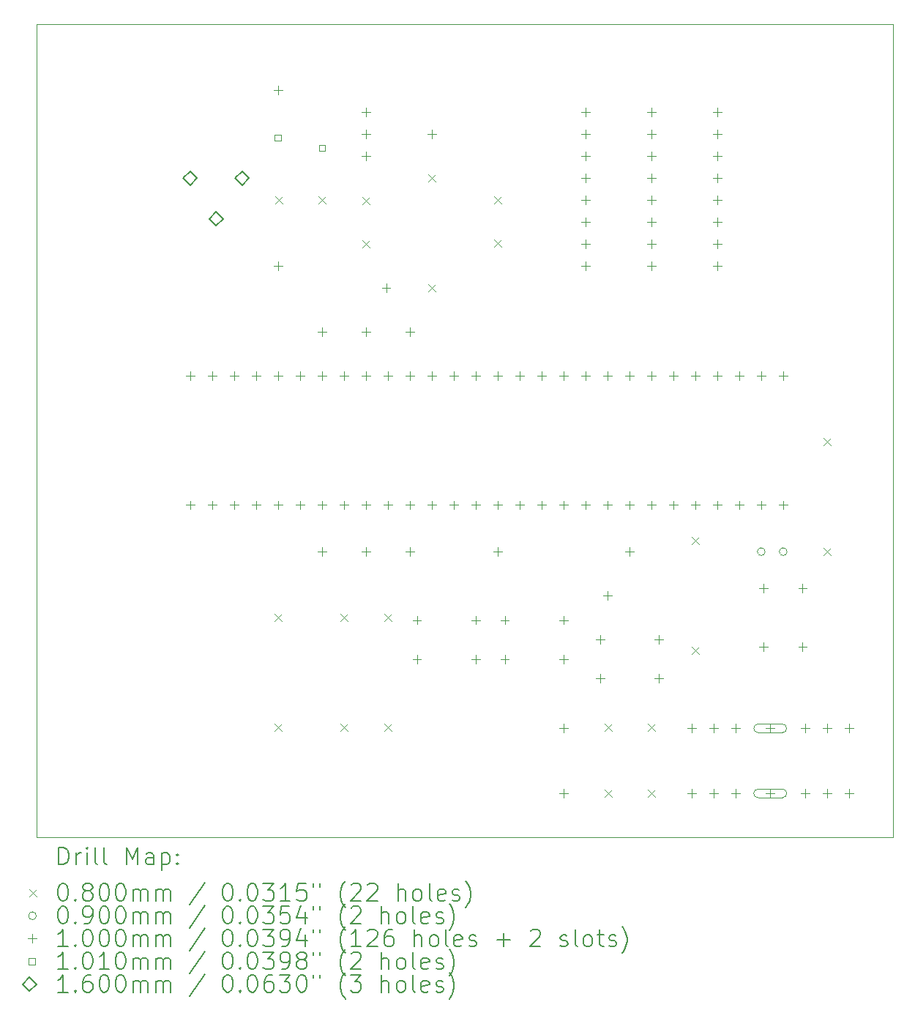
<source format=gbr>
%TF.GenerationSoftware,KiCad,Pcbnew,9.0.4*%
%TF.CreationDate,2025-11-08T13:29:43-07:00*%
%TF.ProjectId,egr304-subsystem schematic design-sb,65677233-3034-42d7-9375-627379737465,rev?*%
%TF.SameCoordinates,Original*%
%TF.FileFunction,Drillmap*%
%TF.FilePolarity,Positive*%
%FSLAX45Y45*%
G04 Gerber Fmt 4.5, Leading zero omitted, Abs format (unit mm)*
G04 Created by KiCad (PCBNEW 9.0.4) date 2025-11-08 13:29:43*
%MOMM*%
%LPD*%
G01*
G04 APERTURE LIST*
%ADD10C,0.050000*%
%ADD11C,0.200000*%
%ADD12C,0.100000*%
%ADD13C,0.101000*%
%ADD14C,0.160000*%
G04 APERTURE END LIST*
D10*
X9906000Y-5080000D02*
X19812000Y-5080000D01*
X19812000Y-14478000D01*
X9906000Y-14478000D01*
X9906000Y-5080000D01*
D11*
D12*
X12660000Y-11898000D02*
X12740000Y-11978000D01*
X12740000Y-11898000D02*
X12660000Y-11978000D01*
X12660000Y-13168000D02*
X12740000Y-13248000D01*
X12740000Y-13168000D02*
X12660000Y-13248000D01*
X12668000Y-7072000D02*
X12748000Y-7152000D01*
X12748000Y-7072000D02*
X12668000Y-7152000D01*
X13168000Y-7072000D02*
X13248000Y-7152000D01*
X13248000Y-7072000D02*
X13168000Y-7152000D01*
X13422000Y-11898000D02*
X13502000Y-11978000D01*
X13502000Y-11898000D02*
X13422000Y-11978000D01*
X13422000Y-13168000D02*
X13502000Y-13248000D01*
X13502000Y-13168000D02*
X13422000Y-13248000D01*
X13676000Y-7080000D02*
X13756000Y-7160000D01*
X13756000Y-7080000D02*
X13676000Y-7160000D01*
X13676000Y-7580000D02*
X13756000Y-7660000D01*
X13756000Y-7580000D02*
X13676000Y-7660000D01*
X13930000Y-11898000D02*
X14010000Y-11978000D01*
X14010000Y-11898000D02*
X13930000Y-11978000D01*
X13930000Y-13168000D02*
X14010000Y-13248000D01*
X14010000Y-13168000D02*
X13930000Y-13248000D01*
X14438000Y-6818000D02*
X14518000Y-6898000D01*
X14518000Y-6818000D02*
X14438000Y-6898000D01*
X14438000Y-8088000D02*
X14518000Y-8168000D01*
X14518000Y-8088000D02*
X14438000Y-8168000D01*
X15200000Y-7072000D02*
X15280000Y-7152000D01*
X15280000Y-7072000D02*
X15200000Y-7152000D01*
X15200000Y-7572000D02*
X15280000Y-7652000D01*
X15280000Y-7572000D02*
X15200000Y-7652000D01*
X16478000Y-13168000D02*
X16558000Y-13248000D01*
X16558000Y-13168000D02*
X16478000Y-13248000D01*
X16478000Y-13930000D02*
X16558000Y-14010000D01*
X16558000Y-13930000D02*
X16478000Y-14010000D01*
X16978000Y-13168000D02*
X17058000Y-13248000D01*
X17058000Y-13168000D02*
X16978000Y-13248000D01*
X16978000Y-13930000D02*
X17058000Y-14010000D01*
X17058000Y-13930000D02*
X16978000Y-14010000D01*
X17486000Y-11009000D02*
X17566000Y-11089000D01*
X17566000Y-11009000D02*
X17486000Y-11089000D01*
X17486000Y-12279000D02*
X17566000Y-12359000D01*
X17566000Y-12279000D02*
X17486000Y-12359000D01*
X19010000Y-9866000D02*
X19090000Y-9946000D01*
X19090000Y-9866000D02*
X19010000Y-9946000D01*
X19010000Y-11136000D02*
X19090000Y-11216000D01*
X19090000Y-11136000D02*
X19010000Y-11216000D01*
X18333000Y-11176000D02*
G75*
G02*
X18243000Y-11176000I-45000J0D01*
G01*
X18243000Y-11176000D02*
G75*
G02*
X18333000Y-11176000I45000J0D01*
G01*
X18587000Y-11176000D02*
G75*
G02*
X18497000Y-11176000I-45000J0D01*
G01*
X18497000Y-11176000D02*
G75*
G02*
X18587000Y-11176000I45000J0D01*
G01*
X11684000Y-9094000D02*
X11684000Y-9194000D01*
X11634000Y-9144000D02*
X11734000Y-9144000D01*
X11684000Y-10587000D02*
X11684000Y-10687000D01*
X11634000Y-10637000D02*
X11734000Y-10637000D01*
X11938000Y-9094000D02*
X11938000Y-9194000D01*
X11888000Y-9144000D02*
X11988000Y-9144000D01*
X11938000Y-10587000D02*
X11938000Y-10687000D01*
X11888000Y-10637000D02*
X11988000Y-10637000D01*
X12192000Y-9094000D02*
X12192000Y-9194000D01*
X12142000Y-9144000D02*
X12242000Y-9144000D01*
X12192000Y-10587000D02*
X12192000Y-10687000D01*
X12142000Y-10637000D02*
X12242000Y-10637000D01*
X12446000Y-9094000D02*
X12446000Y-9194000D01*
X12396000Y-9144000D02*
X12496000Y-9144000D01*
X12446000Y-10587000D02*
X12446000Y-10687000D01*
X12396000Y-10637000D02*
X12496000Y-10637000D01*
X12700000Y-5792000D02*
X12700000Y-5892000D01*
X12650000Y-5842000D02*
X12750000Y-5842000D01*
X12700000Y-7824000D02*
X12700000Y-7924000D01*
X12650000Y-7874000D02*
X12750000Y-7874000D01*
X12700000Y-9094000D02*
X12700000Y-9194000D01*
X12650000Y-9144000D02*
X12750000Y-9144000D01*
X12700000Y-10587000D02*
X12700000Y-10687000D01*
X12650000Y-10637000D02*
X12750000Y-10637000D01*
X12954000Y-9094000D02*
X12954000Y-9194000D01*
X12904000Y-9144000D02*
X13004000Y-9144000D01*
X12954000Y-10587000D02*
X12954000Y-10687000D01*
X12904000Y-10637000D02*
X13004000Y-10637000D01*
X13208000Y-8586000D02*
X13208000Y-8686000D01*
X13158000Y-8636000D02*
X13258000Y-8636000D01*
X13208000Y-9094000D02*
X13208000Y-9194000D01*
X13158000Y-9144000D02*
X13258000Y-9144000D01*
X13208000Y-10587000D02*
X13208000Y-10687000D01*
X13158000Y-10637000D02*
X13258000Y-10637000D01*
X13208000Y-11126000D02*
X13208000Y-11226000D01*
X13158000Y-11176000D02*
X13258000Y-11176000D01*
X13462000Y-9094000D02*
X13462000Y-9194000D01*
X13412000Y-9144000D02*
X13512000Y-9144000D01*
X13462000Y-10587000D02*
X13462000Y-10687000D01*
X13412000Y-10637000D02*
X13512000Y-10637000D01*
X13716000Y-6046000D02*
X13716000Y-6146000D01*
X13666000Y-6096000D02*
X13766000Y-6096000D01*
X13716000Y-6300000D02*
X13716000Y-6400000D01*
X13666000Y-6350000D02*
X13766000Y-6350000D01*
X13716000Y-6554000D02*
X13716000Y-6654000D01*
X13666000Y-6604000D02*
X13766000Y-6604000D01*
X13716000Y-8586000D02*
X13716000Y-8686000D01*
X13666000Y-8636000D02*
X13766000Y-8636000D01*
X13716000Y-9094000D02*
X13716000Y-9194000D01*
X13666000Y-9144000D02*
X13766000Y-9144000D01*
X13716000Y-10587000D02*
X13716000Y-10687000D01*
X13666000Y-10637000D02*
X13766000Y-10637000D01*
X13716000Y-11126000D02*
X13716000Y-11226000D01*
X13666000Y-11176000D02*
X13766000Y-11176000D01*
X13950000Y-8078000D02*
X13950000Y-8178000D01*
X13900000Y-8128000D02*
X14000000Y-8128000D01*
X13970000Y-9094000D02*
X13970000Y-9194000D01*
X13920000Y-9144000D02*
X14020000Y-9144000D01*
X13970000Y-10587000D02*
X13970000Y-10687000D01*
X13920000Y-10637000D02*
X14020000Y-10637000D01*
X14224000Y-8586000D02*
X14224000Y-8686000D01*
X14174000Y-8636000D02*
X14274000Y-8636000D01*
X14224000Y-9094000D02*
X14224000Y-9194000D01*
X14174000Y-9144000D02*
X14274000Y-9144000D01*
X14224000Y-10587000D02*
X14224000Y-10687000D01*
X14174000Y-10637000D02*
X14274000Y-10637000D01*
X14224000Y-11126000D02*
X14224000Y-11226000D01*
X14174000Y-11176000D02*
X14274000Y-11176000D01*
X14306000Y-11917000D02*
X14306000Y-12017000D01*
X14256000Y-11967000D02*
X14356000Y-11967000D01*
X14306000Y-12367000D02*
X14306000Y-12467000D01*
X14256000Y-12417000D02*
X14356000Y-12417000D01*
X14478000Y-6300000D02*
X14478000Y-6400000D01*
X14428000Y-6350000D02*
X14528000Y-6350000D01*
X14478000Y-9094000D02*
X14478000Y-9194000D01*
X14428000Y-9144000D02*
X14528000Y-9144000D01*
X14478000Y-10587000D02*
X14478000Y-10687000D01*
X14428000Y-10637000D02*
X14528000Y-10637000D01*
X14732000Y-9094000D02*
X14732000Y-9194000D01*
X14682000Y-9144000D02*
X14782000Y-9144000D01*
X14732000Y-10587000D02*
X14732000Y-10687000D01*
X14682000Y-10637000D02*
X14782000Y-10637000D01*
X14986000Y-9094000D02*
X14986000Y-9194000D01*
X14936000Y-9144000D02*
X15036000Y-9144000D01*
X14986000Y-10587000D02*
X14986000Y-10687000D01*
X14936000Y-10637000D02*
X15036000Y-10637000D01*
X14986000Y-11917000D02*
X14986000Y-12017000D01*
X14936000Y-11967000D02*
X15036000Y-11967000D01*
X14986000Y-12367000D02*
X14986000Y-12467000D01*
X14936000Y-12417000D02*
X15036000Y-12417000D01*
X15240000Y-9094000D02*
X15240000Y-9194000D01*
X15190000Y-9144000D02*
X15290000Y-9144000D01*
X15240000Y-10587000D02*
X15240000Y-10687000D01*
X15190000Y-10637000D02*
X15290000Y-10637000D01*
X15240000Y-11126000D02*
X15240000Y-11226000D01*
X15190000Y-11176000D02*
X15290000Y-11176000D01*
X15322000Y-11917000D02*
X15322000Y-12017000D01*
X15272000Y-11967000D02*
X15372000Y-11967000D01*
X15322000Y-12367000D02*
X15322000Y-12467000D01*
X15272000Y-12417000D02*
X15372000Y-12417000D01*
X15494000Y-9094000D02*
X15494000Y-9194000D01*
X15444000Y-9144000D02*
X15544000Y-9144000D01*
X15494000Y-10587000D02*
X15494000Y-10687000D01*
X15444000Y-10637000D02*
X15544000Y-10637000D01*
X15748000Y-9094000D02*
X15748000Y-9194000D01*
X15698000Y-9144000D02*
X15798000Y-9144000D01*
X15748000Y-10587000D02*
X15748000Y-10687000D01*
X15698000Y-10637000D02*
X15798000Y-10637000D01*
X16002000Y-9094000D02*
X16002000Y-9194000D01*
X15952000Y-9144000D02*
X16052000Y-9144000D01*
X16002000Y-10587000D02*
X16002000Y-10687000D01*
X15952000Y-10637000D02*
X16052000Y-10637000D01*
X16002000Y-11917000D02*
X16002000Y-12017000D01*
X15952000Y-11967000D02*
X16052000Y-11967000D01*
X16002000Y-12367000D02*
X16002000Y-12467000D01*
X15952000Y-12417000D02*
X16052000Y-12417000D01*
X16002000Y-13168000D02*
X16002000Y-13268000D01*
X15952000Y-13218000D02*
X16052000Y-13218000D01*
X16002000Y-13920000D02*
X16002000Y-14020000D01*
X15952000Y-13970000D02*
X16052000Y-13970000D01*
X16256000Y-6046000D02*
X16256000Y-6146000D01*
X16206000Y-6096000D02*
X16306000Y-6096000D01*
X16256000Y-6300000D02*
X16256000Y-6400000D01*
X16206000Y-6350000D02*
X16306000Y-6350000D01*
X16256000Y-6554000D02*
X16256000Y-6654000D01*
X16206000Y-6604000D02*
X16306000Y-6604000D01*
X16256000Y-6808000D02*
X16256000Y-6908000D01*
X16206000Y-6858000D02*
X16306000Y-6858000D01*
X16256000Y-7062000D02*
X16256000Y-7162000D01*
X16206000Y-7112000D02*
X16306000Y-7112000D01*
X16256000Y-7316000D02*
X16256000Y-7416000D01*
X16206000Y-7366000D02*
X16306000Y-7366000D01*
X16256000Y-7570000D02*
X16256000Y-7670000D01*
X16206000Y-7620000D02*
X16306000Y-7620000D01*
X16256000Y-7824000D02*
X16256000Y-7924000D01*
X16206000Y-7874000D02*
X16306000Y-7874000D01*
X16256000Y-9094000D02*
X16256000Y-9194000D01*
X16206000Y-9144000D02*
X16306000Y-9144000D01*
X16256000Y-10587000D02*
X16256000Y-10687000D01*
X16206000Y-10637000D02*
X16306000Y-10637000D01*
X16424000Y-12142000D02*
X16424000Y-12242000D01*
X16374000Y-12192000D02*
X16474000Y-12192000D01*
X16424000Y-12592000D02*
X16424000Y-12692000D01*
X16374000Y-12642000D02*
X16474000Y-12642000D01*
X16510000Y-9094000D02*
X16510000Y-9194000D01*
X16460000Y-9144000D02*
X16560000Y-9144000D01*
X16510000Y-10587000D02*
X16510000Y-10687000D01*
X16460000Y-10637000D02*
X16560000Y-10637000D01*
X16510000Y-11634000D02*
X16510000Y-11734000D01*
X16460000Y-11684000D02*
X16560000Y-11684000D01*
X16764000Y-9094000D02*
X16764000Y-9194000D01*
X16714000Y-9144000D02*
X16814000Y-9144000D01*
X16764000Y-10587000D02*
X16764000Y-10687000D01*
X16714000Y-10637000D02*
X16814000Y-10637000D01*
X16764000Y-11126000D02*
X16764000Y-11226000D01*
X16714000Y-11176000D02*
X16814000Y-11176000D01*
X17018000Y-6046000D02*
X17018000Y-6146000D01*
X16968000Y-6096000D02*
X17068000Y-6096000D01*
X17018000Y-6300000D02*
X17018000Y-6400000D01*
X16968000Y-6350000D02*
X17068000Y-6350000D01*
X17018000Y-6554000D02*
X17018000Y-6654000D01*
X16968000Y-6604000D02*
X17068000Y-6604000D01*
X17018000Y-6808000D02*
X17018000Y-6908000D01*
X16968000Y-6858000D02*
X17068000Y-6858000D01*
X17018000Y-7062000D02*
X17018000Y-7162000D01*
X16968000Y-7112000D02*
X17068000Y-7112000D01*
X17018000Y-7316000D02*
X17018000Y-7416000D01*
X16968000Y-7366000D02*
X17068000Y-7366000D01*
X17018000Y-7570000D02*
X17018000Y-7670000D01*
X16968000Y-7620000D02*
X17068000Y-7620000D01*
X17018000Y-7824000D02*
X17018000Y-7924000D01*
X16968000Y-7874000D02*
X17068000Y-7874000D01*
X17018000Y-9094000D02*
X17018000Y-9194000D01*
X16968000Y-9144000D02*
X17068000Y-9144000D01*
X17018000Y-10587000D02*
X17018000Y-10687000D01*
X16968000Y-10637000D02*
X17068000Y-10637000D01*
X17104000Y-12142000D02*
X17104000Y-12242000D01*
X17054000Y-12192000D02*
X17154000Y-12192000D01*
X17104000Y-12592000D02*
X17104000Y-12692000D01*
X17054000Y-12642000D02*
X17154000Y-12642000D01*
X17272000Y-9094000D02*
X17272000Y-9194000D01*
X17222000Y-9144000D02*
X17322000Y-9144000D01*
X17272000Y-10587000D02*
X17272000Y-10687000D01*
X17222000Y-10637000D02*
X17322000Y-10637000D01*
X17484000Y-13168000D02*
X17484000Y-13268000D01*
X17434000Y-13218000D02*
X17534000Y-13218000D01*
X17484000Y-13920000D02*
X17484000Y-14020000D01*
X17434000Y-13970000D02*
X17534000Y-13970000D01*
X17526000Y-9094000D02*
X17526000Y-9194000D01*
X17476000Y-9144000D02*
X17576000Y-9144000D01*
X17526000Y-10587000D02*
X17526000Y-10687000D01*
X17476000Y-10637000D02*
X17576000Y-10637000D01*
X17738000Y-13168000D02*
X17738000Y-13268000D01*
X17688000Y-13218000D02*
X17788000Y-13218000D01*
X17738000Y-13920000D02*
X17738000Y-14020000D01*
X17688000Y-13970000D02*
X17788000Y-13970000D01*
X17780000Y-6046000D02*
X17780000Y-6146000D01*
X17730000Y-6096000D02*
X17830000Y-6096000D01*
X17780000Y-6300000D02*
X17780000Y-6400000D01*
X17730000Y-6350000D02*
X17830000Y-6350000D01*
X17780000Y-6554000D02*
X17780000Y-6654000D01*
X17730000Y-6604000D02*
X17830000Y-6604000D01*
X17780000Y-6808000D02*
X17780000Y-6908000D01*
X17730000Y-6858000D02*
X17830000Y-6858000D01*
X17780000Y-7062000D02*
X17780000Y-7162000D01*
X17730000Y-7112000D02*
X17830000Y-7112000D01*
X17780000Y-7316000D02*
X17780000Y-7416000D01*
X17730000Y-7366000D02*
X17830000Y-7366000D01*
X17780000Y-7570000D02*
X17780000Y-7670000D01*
X17730000Y-7620000D02*
X17830000Y-7620000D01*
X17780000Y-7824000D02*
X17780000Y-7924000D01*
X17730000Y-7874000D02*
X17830000Y-7874000D01*
X17780000Y-9094000D02*
X17780000Y-9194000D01*
X17730000Y-9144000D02*
X17830000Y-9144000D01*
X17780000Y-10587000D02*
X17780000Y-10687000D01*
X17730000Y-10637000D02*
X17830000Y-10637000D01*
X17992000Y-13168000D02*
X17992000Y-13268000D01*
X17942000Y-13218000D02*
X18042000Y-13218000D01*
X17992000Y-13920000D02*
X17992000Y-14020000D01*
X17942000Y-13970000D02*
X18042000Y-13970000D01*
X18034000Y-9094000D02*
X18034000Y-9194000D01*
X17984000Y-9144000D02*
X18084000Y-9144000D01*
X18034000Y-10587000D02*
X18034000Y-10687000D01*
X17984000Y-10637000D02*
X18084000Y-10637000D01*
X18288000Y-9094000D02*
X18288000Y-9194000D01*
X18238000Y-9144000D02*
X18338000Y-9144000D01*
X18288000Y-10587000D02*
X18288000Y-10687000D01*
X18238000Y-10637000D02*
X18338000Y-10637000D01*
X18317000Y-11548000D02*
X18317000Y-11648000D01*
X18267000Y-11598000D02*
X18367000Y-11598000D01*
X18317000Y-12228000D02*
X18317000Y-12328000D01*
X18267000Y-12278000D02*
X18367000Y-12278000D01*
X18392000Y-13168000D02*
X18392000Y-13268000D01*
X18342000Y-13218000D02*
X18442000Y-13218000D01*
X18532000Y-13168000D02*
X18252000Y-13168000D01*
X18252000Y-13268000D02*
G75*
G02*
X18252000Y-13168000I0J50000D01*
G01*
X18252000Y-13268000D02*
X18532000Y-13268000D01*
X18532000Y-13268000D02*
G75*
G03*
X18532000Y-13168000I0J50000D01*
G01*
X18392000Y-13920000D02*
X18392000Y-14020000D01*
X18342000Y-13970000D02*
X18442000Y-13970000D01*
X18532000Y-13920000D02*
X18252000Y-13920000D01*
X18252000Y-14020000D02*
G75*
G02*
X18252000Y-13920000I0J50000D01*
G01*
X18252000Y-14020000D02*
X18532000Y-14020000D01*
X18532000Y-14020000D02*
G75*
G03*
X18532000Y-13920000I0J50000D01*
G01*
X18542000Y-9094000D02*
X18542000Y-9194000D01*
X18492000Y-9144000D02*
X18592000Y-9144000D01*
X18542000Y-10587000D02*
X18542000Y-10687000D01*
X18492000Y-10637000D02*
X18592000Y-10637000D01*
X18767000Y-11548000D02*
X18767000Y-11648000D01*
X18717000Y-11598000D02*
X18817000Y-11598000D01*
X18767000Y-12228000D02*
X18767000Y-12328000D01*
X18717000Y-12278000D02*
X18817000Y-12278000D01*
X18796000Y-13168000D02*
X18796000Y-13268000D01*
X18746000Y-13218000D02*
X18846000Y-13218000D01*
X18796000Y-13920000D02*
X18796000Y-14020000D01*
X18746000Y-13970000D02*
X18846000Y-13970000D01*
X19050000Y-13168000D02*
X19050000Y-13268000D01*
X19000000Y-13218000D02*
X19100000Y-13218000D01*
X19050000Y-13920000D02*
X19050000Y-14020000D01*
X19000000Y-13970000D02*
X19100000Y-13970000D01*
X19304000Y-13168000D02*
X19304000Y-13268000D01*
X19254000Y-13218000D02*
X19354000Y-13218000D01*
X19304000Y-13920000D02*
X19304000Y-14020000D01*
X19254000Y-13970000D02*
X19354000Y-13970000D01*
D13*
X12733709Y-6427709D02*
X12733709Y-6356291D01*
X12662291Y-6356291D01*
X12662291Y-6427709D01*
X12733709Y-6427709D01*
X13243709Y-6547709D02*
X13243709Y-6476291D01*
X13172291Y-6476291D01*
X13172291Y-6547709D01*
X13243709Y-6547709D01*
D14*
X11684000Y-6938000D02*
X11764000Y-6858000D01*
X11684000Y-6778000D01*
X11604000Y-6858000D01*
X11684000Y-6938000D01*
X11984000Y-7408000D02*
X12064000Y-7328000D01*
X11984000Y-7248000D01*
X11904000Y-7328000D01*
X11984000Y-7408000D01*
X12284000Y-6938000D02*
X12364000Y-6858000D01*
X12284000Y-6778000D01*
X12204000Y-6858000D01*
X12284000Y-6938000D01*
D11*
X10164277Y-14791984D02*
X10164277Y-14591984D01*
X10164277Y-14591984D02*
X10211896Y-14591984D01*
X10211896Y-14591984D02*
X10240467Y-14601508D01*
X10240467Y-14601508D02*
X10259515Y-14620555D01*
X10259515Y-14620555D02*
X10269039Y-14639603D01*
X10269039Y-14639603D02*
X10278563Y-14677698D01*
X10278563Y-14677698D02*
X10278563Y-14706269D01*
X10278563Y-14706269D02*
X10269039Y-14744365D01*
X10269039Y-14744365D02*
X10259515Y-14763412D01*
X10259515Y-14763412D02*
X10240467Y-14782460D01*
X10240467Y-14782460D02*
X10211896Y-14791984D01*
X10211896Y-14791984D02*
X10164277Y-14791984D01*
X10364277Y-14791984D02*
X10364277Y-14658650D01*
X10364277Y-14696746D02*
X10373801Y-14677698D01*
X10373801Y-14677698D02*
X10383324Y-14668174D01*
X10383324Y-14668174D02*
X10402372Y-14658650D01*
X10402372Y-14658650D02*
X10421420Y-14658650D01*
X10488086Y-14791984D02*
X10488086Y-14658650D01*
X10488086Y-14591984D02*
X10478563Y-14601508D01*
X10478563Y-14601508D02*
X10488086Y-14611031D01*
X10488086Y-14611031D02*
X10497610Y-14601508D01*
X10497610Y-14601508D02*
X10488086Y-14591984D01*
X10488086Y-14591984D02*
X10488086Y-14611031D01*
X10611896Y-14791984D02*
X10592848Y-14782460D01*
X10592848Y-14782460D02*
X10583324Y-14763412D01*
X10583324Y-14763412D02*
X10583324Y-14591984D01*
X10716658Y-14791984D02*
X10697610Y-14782460D01*
X10697610Y-14782460D02*
X10688086Y-14763412D01*
X10688086Y-14763412D02*
X10688086Y-14591984D01*
X10945229Y-14791984D02*
X10945229Y-14591984D01*
X10945229Y-14591984D02*
X11011896Y-14734841D01*
X11011896Y-14734841D02*
X11078563Y-14591984D01*
X11078563Y-14591984D02*
X11078563Y-14791984D01*
X11259515Y-14791984D02*
X11259515Y-14687222D01*
X11259515Y-14687222D02*
X11249991Y-14668174D01*
X11249991Y-14668174D02*
X11230943Y-14658650D01*
X11230943Y-14658650D02*
X11192848Y-14658650D01*
X11192848Y-14658650D02*
X11173801Y-14668174D01*
X11259515Y-14782460D02*
X11240467Y-14791984D01*
X11240467Y-14791984D02*
X11192848Y-14791984D01*
X11192848Y-14791984D02*
X11173801Y-14782460D01*
X11173801Y-14782460D02*
X11164277Y-14763412D01*
X11164277Y-14763412D02*
X11164277Y-14744365D01*
X11164277Y-14744365D02*
X11173801Y-14725317D01*
X11173801Y-14725317D02*
X11192848Y-14715793D01*
X11192848Y-14715793D02*
X11240467Y-14715793D01*
X11240467Y-14715793D02*
X11259515Y-14706269D01*
X11354753Y-14658650D02*
X11354753Y-14858650D01*
X11354753Y-14668174D02*
X11373801Y-14658650D01*
X11373801Y-14658650D02*
X11411896Y-14658650D01*
X11411896Y-14658650D02*
X11430943Y-14668174D01*
X11430943Y-14668174D02*
X11440467Y-14677698D01*
X11440467Y-14677698D02*
X11449991Y-14696746D01*
X11449991Y-14696746D02*
X11449991Y-14753888D01*
X11449991Y-14753888D02*
X11440467Y-14772936D01*
X11440467Y-14772936D02*
X11430943Y-14782460D01*
X11430943Y-14782460D02*
X11411896Y-14791984D01*
X11411896Y-14791984D02*
X11373801Y-14791984D01*
X11373801Y-14791984D02*
X11354753Y-14782460D01*
X11535705Y-14772936D02*
X11545229Y-14782460D01*
X11545229Y-14782460D02*
X11535705Y-14791984D01*
X11535705Y-14791984D02*
X11526182Y-14782460D01*
X11526182Y-14782460D02*
X11535705Y-14772936D01*
X11535705Y-14772936D02*
X11535705Y-14791984D01*
X11535705Y-14668174D02*
X11545229Y-14677698D01*
X11545229Y-14677698D02*
X11535705Y-14687222D01*
X11535705Y-14687222D02*
X11526182Y-14677698D01*
X11526182Y-14677698D02*
X11535705Y-14668174D01*
X11535705Y-14668174D02*
X11535705Y-14687222D01*
D12*
X9823500Y-15080500D02*
X9903500Y-15160500D01*
X9903500Y-15080500D02*
X9823500Y-15160500D01*
D11*
X10202372Y-15011984D02*
X10221420Y-15011984D01*
X10221420Y-15011984D02*
X10240467Y-15021508D01*
X10240467Y-15021508D02*
X10249991Y-15031031D01*
X10249991Y-15031031D02*
X10259515Y-15050079D01*
X10259515Y-15050079D02*
X10269039Y-15088174D01*
X10269039Y-15088174D02*
X10269039Y-15135793D01*
X10269039Y-15135793D02*
X10259515Y-15173888D01*
X10259515Y-15173888D02*
X10249991Y-15192936D01*
X10249991Y-15192936D02*
X10240467Y-15202460D01*
X10240467Y-15202460D02*
X10221420Y-15211984D01*
X10221420Y-15211984D02*
X10202372Y-15211984D01*
X10202372Y-15211984D02*
X10183324Y-15202460D01*
X10183324Y-15202460D02*
X10173801Y-15192936D01*
X10173801Y-15192936D02*
X10164277Y-15173888D01*
X10164277Y-15173888D02*
X10154753Y-15135793D01*
X10154753Y-15135793D02*
X10154753Y-15088174D01*
X10154753Y-15088174D02*
X10164277Y-15050079D01*
X10164277Y-15050079D02*
X10173801Y-15031031D01*
X10173801Y-15031031D02*
X10183324Y-15021508D01*
X10183324Y-15021508D02*
X10202372Y-15011984D01*
X10354753Y-15192936D02*
X10364277Y-15202460D01*
X10364277Y-15202460D02*
X10354753Y-15211984D01*
X10354753Y-15211984D02*
X10345229Y-15202460D01*
X10345229Y-15202460D02*
X10354753Y-15192936D01*
X10354753Y-15192936D02*
X10354753Y-15211984D01*
X10478563Y-15097698D02*
X10459515Y-15088174D01*
X10459515Y-15088174D02*
X10449991Y-15078650D01*
X10449991Y-15078650D02*
X10440467Y-15059603D01*
X10440467Y-15059603D02*
X10440467Y-15050079D01*
X10440467Y-15050079D02*
X10449991Y-15031031D01*
X10449991Y-15031031D02*
X10459515Y-15021508D01*
X10459515Y-15021508D02*
X10478563Y-15011984D01*
X10478563Y-15011984D02*
X10516658Y-15011984D01*
X10516658Y-15011984D02*
X10535705Y-15021508D01*
X10535705Y-15021508D02*
X10545229Y-15031031D01*
X10545229Y-15031031D02*
X10554753Y-15050079D01*
X10554753Y-15050079D02*
X10554753Y-15059603D01*
X10554753Y-15059603D02*
X10545229Y-15078650D01*
X10545229Y-15078650D02*
X10535705Y-15088174D01*
X10535705Y-15088174D02*
X10516658Y-15097698D01*
X10516658Y-15097698D02*
X10478563Y-15097698D01*
X10478563Y-15097698D02*
X10459515Y-15107222D01*
X10459515Y-15107222D02*
X10449991Y-15116746D01*
X10449991Y-15116746D02*
X10440467Y-15135793D01*
X10440467Y-15135793D02*
X10440467Y-15173888D01*
X10440467Y-15173888D02*
X10449991Y-15192936D01*
X10449991Y-15192936D02*
X10459515Y-15202460D01*
X10459515Y-15202460D02*
X10478563Y-15211984D01*
X10478563Y-15211984D02*
X10516658Y-15211984D01*
X10516658Y-15211984D02*
X10535705Y-15202460D01*
X10535705Y-15202460D02*
X10545229Y-15192936D01*
X10545229Y-15192936D02*
X10554753Y-15173888D01*
X10554753Y-15173888D02*
X10554753Y-15135793D01*
X10554753Y-15135793D02*
X10545229Y-15116746D01*
X10545229Y-15116746D02*
X10535705Y-15107222D01*
X10535705Y-15107222D02*
X10516658Y-15097698D01*
X10678563Y-15011984D02*
X10697610Y-15011984D01*
X10697610Y-15011984D02*
X10716658Y-15021508D01*
X10716658Y-15021508D02*
X10726182Y-15031031D01*
X10726182Y-15031031D02*
X10735705Y-15050079D01*
X10735705Y-15050079D02*
X10745229Y-15088174D01*
X10745229Y-15088174D02*
X10745229Y-15135793D01*
X10745229Y-15135793D02*
X10735705Y-15173888D01*
X10735705Y-15173888D02*
X10726182Y-15192936D01*
X10726182Y-15192936D02*
X10716658Y-15202460D01*
X10716658Y-15202460D02*
X10697610Y-15211984D01*
X10697610Y-15211984D02*
X10678563Y-15211984D01*
X10678563Y-15211984D02*
X10659515Y-15202460D01*
X10659515Y-15202460D02*
X10649991Y-15192936D01*
X10649991Y-15192936D02*
X10640467Y-15173888D01*
X10640467Y-15173888D02*
X10630944Y-15135793D01*
X10630944Y-15135793D02*
X10630944Y-15088174D01*
X10630944Y-15088174D02*
X10640467Y-15050079D01*
X10640467Y-15050079D02*
X10649991Y-15031031D01*
X10649991Y-15031031D02*
X10659515Y-15021508D01*
X10659515Y-15021508D02*
X10678563Y-15011984D01*
X10869039Y-15011984D02*
X10888086Y-15011984D01*
X10888086Y-15011984D02*
X10907134Y-15021508D01*
X10907134Y-15021508D02*
X10916658Y-15031031D01*
X10916658Y-15031031D02*
X10926182Y-15050079D01*
X10926182Y-15050079D02*
X10935705Y-15088174D01*
X10935705Y-15088174D02*
X10935705Y-15135793D01*
X10935705Y-15135793D02*
X10926182Y-15173888D01*
X10926182Y-15173888D02*
X10916658Y-15192936D01*
X10916658Y-15192936D02*
X10907134Y-15202460D01*
X10907134Y-15202460D02*
X10888086Y-15211984D01*
X10888086Y-15211984D02*
X10869039Y-15211984D01*
X10869039Y-15211984D02*
X10849991Y-15202460D01*
X10849991Y-15202460D02*
X10840467Y-15192936D01*
X10840467Y-15192936D02*
X10830944Y-15173888D01*
X10830944Y-15173888D02*
X10821420Y-15135793D01*
X10821420Y-15135793D02*
X10821420Y-15088174D01*
X10821420Y-15088174D02*
X10830944Y-15050079D01*
X10830944Y-15050079D02*
X10840467Y-15031031D01*
X10840467Y-15031031D02*
X10849991Y-15021508D01*
X10849991Y-15021508D02*
X10869039Y-15011984D01*
X11021420Y-15211984D02*
X11021420Y-15078650D01*
X11021420Y-15097698D02*
X11030944Y-15088174D01*
X11030944Y-15088174D02*
X11049991Y-15078650D01*
X11049991Y-15078650D02*
X11078563Y-15078650D01*
X11078563Y-15078650D02*
X11097610Y-15088174D01*
X11097610Y-15088174D02*
X11107134Y-15107222D01*
X11107134Y-15107222D02*
X11107134Y-15211984D01*
X11107134Y-15107222D02*
X11116658Y-15088174D01*
X11116658Y-15088174D02*
X11135705Y-15078650D01*
X11135705Y-15078650D02*
X11164277Y-15078650D01*
X11164277Y-15078650D02*
X11183325Y-15088174D01*
X11183325Y-15088174D02*
X11192848Y-15107222D01*
X11192848Y-15107222D02*
X11192848Y-15211984D01*
X11288086Y-15211984D02*
X11288086Y-15078650D01*
X11288086Y-15097698D02*
X11297610Y-15088174D01*
X11297610Y-15088174D02*
X11316658Y-15078650D01*
X11316658Y-15078650D02*
X11345229Y-15078650D01*
X11345229Y-15078650D02*
X11364277Y-15088174D01*
X11364277Y-15088174D02*
X11373801Y-15107222D01*
X11373801Y-15107222D02*
X11373801Y-15211984D01*
X11373801Y-15107222D02*
X11383324Y-15088174D01*
X11383324Y-15088174D02*
X11402372Y-15078650D01*
X11402372Y-15078650D02*
X11430943Y-15078650D01*
X11430943Y-15078650D02*
X11449991Y-15088174D01*
X11449991Y-15088174D02*
X11459515Y-15107222D01*
X11459515Y-15107222D02*
X11459515Y-15211984D01*
X11849991Y-15002460D02*
X11678563Y-15259603D01*
X12107134Y-15011984D02*
X12126182Y-15011984D01*
X12126182Y-15011984D02*
X12145229Y-15021508D01*
X12145229Y-15021508D02*
X12154753Y-15031031D01*
X12154753Y-15031031D02*
X12164277Y-15050079D01*
X12164277Y-15050079D02*
X12173801Y-15088174D01*
X12173801Y-15088174D02*
X12173801Y-15135793D01*
X12173801Y-15135793D02*
X12164277Y-15173888D01*
X12164277Y-15173888D02*
X12154753Y-15192936D01*
X12154753Y-15192936D02*
X12145229Y-15202460D01*
X12145229Y-15202460D02*
X12126182Y-15211984D01*
X12126182Y-15211984D02*
X12107134Y-15211984D01*
X12107134Y-15211984D02*
X12088086Y-15202460D01*
X12088086Y-15202460D02*
X12078563Y-15192936D01*
X12078563Y-15192936D02*
X12069039Y-15173888D01*
X12069039Y-15173888D02*
X12059515Y-15135793D01*
X12059515Y-15135793D02*
X12059515Y-15088174D01*
X12059515Y-15088174D02*
X12069039Y-15050079D01*
X12069039Y-15050079D02*
X12078563Y-15031031D01*
X12078563Y-15031031D02*
X12088086Y-15021508D01*
X12088086Y-15021508D02*
X12107134Y-15011984D01*
X12259515Y-15192936D02*
X12269039Y-15202460D01*
X12269039Y-15202460D02*
X12259515Y-15211984D01*
X12259515Y-15211984D02*
X12249991Y-15202460D01*
X12249991Y-15202460D02*
X12259515Y-15192936D01*
X12259515Y-15192936D02*
X12259515Y-15211984D01*
X12392848Y-15011984D02*
X12411896Y-15011984D01*
X12411896Y-15011984D02*
X12430944Y-15021508D01*
X12430944Y-15021508D02*
X12440467Y-15031031D01*
X12440467Y-15031031D02*
X12449991Y-15050079D01*
X12449991Y-15050079D02*
X12459515Y-15088174D01*
X12459515Y-15088174D02*
X12459515Y-15135793D01*
X12459515Y-15135793D02*
X12449991Y-15173888D01*
X12449991Y-15173888D02*
X12440467Y-15192936D01*
X12440467Y-15192936D02*
X12430944Y-15202460D01*
X12430944Y-15202460D02*
X12411896Y-15211984D01*
X12411896Y-15211984D02*
X12392848Y-15211984D01*
X12392848Y-15211984D02*
X12373801Y-15202460D01*
X12373801Y-15202460D02*
X12364277Y-15192936D01*
X12364277Y-15192936D02*
X12354753Y-15173888D01*
X12354753Y-15173888D02*
X12345229Y-15135793D01*
X12345229Y-15135793D02*
X12345229Y-15088174D01*
X12345229Y-15088174D02*
X12354753Y-15050079D01*
X12354753Y-15050079D02*
X12364277Y-15031031D01*
X12364277Y-15031031D02*
X12373801Y-15021508D01*
X12373801Y-15021508D02*
X12392848Y-15011984D01*
X12526182Y-15011984D02*
X12649991Y-15011984D01*
X12649991Y-15011984D02*
X12583325Y-15088174D01*
X12583325Y-15088174D02*
X12611896Y-15088174D01*
X12611896Y-15088174D02*
X12630944Y-15097698D01*
X12630944Y-15097698D02*
X12640467Y-15107222D01*
X12640467Y-15107222D02*
X12649991Y-15126269D01*
X12649991Y-15126269D02*
X12649991Y-15173888D01*
X12649991Y-15173888D02*
X12640467Y-15192936D01*
X12640467Y-15192936D02*
X12630944Y-15202460D01*
X12630944Y-15202460D02*
X12611896Y-15211984D01*
X12611896Y-15211984D02*
X12554753Y-15211984D01*
X12554753Y-15211984D02*
X12535706Y-15202460D01*
X12535706Y-15202460D02*
X12526182Y-15192936D01*
X12840467Y-15211984D02*
X12726182Y-15211984D01*
X12783325Y-15211984D02*
X12783325Y-15011984D01*
X12783325Y-15011984D02*
X12764277Y-15040555D01*
X12764277Y-15040555D02*
X12745229Y-15059603D01*
X12745229Y-15059603D02*
X12726182Y-15069127D01*
X13021420Y-15011984D02*
X12926182Y-15011984D01*
X12926182Y-15011984D02*
X12916658Y-15107222D01*
X12916658Y-15107222D02*
X12926182Y-15097698D01*
X12926182Y-15097698D02*
X12945229Y-15088174D01*
X12945229Y-15088174D02*
X12992848Y-15088174D01*
X12992848Y-15088174D02*
X13011896Y-15097698D01*
X13011896Y-15097698D02*
X13021420Y-15107222D01*
X13021420Y-15107222D02*
X13030944Y-15126269D01*
X13030944Y-15126269D02*
X13030944Y-15173888D01*
X13030944Y-15173888D02*
X13021420Y-15192936D01*
X13021420Y-15192936D02*
X13011896Y-15202460D01*
X13011896Y-15202460D02*
X12992848Y-15211984D01*
X12992848Y-15211984D02*
X12945229Y-15211984D01*
X12945229Y-15211984D02*
X12926182Y-15202460D01*
X12926182Y-15202460D02*
X12916658Y-15192936D01*
X13107134Y-15011984D02*
X13107134Y-15050079D01*
X13183325Y-15011984D02*
X13183325Y-15050079D01*
X13478563Y-15288174D02*
X13469039Y-15278650D01*
X13469039Y-15278650D02*
X13449991Y-15250079D01*
X13449991Y-15250079D02*
X13440468Y-15231031D01*
X13440468Y-15231031D02*
X13430944Y-15202460D01*
X13430944Y-15202460D02*
X13421420Y-15154841D01*
X13421420Y-15154841D02*
X13421420Y-15116746D01*
X13421420Y-15116746D02*
X13430944Y-15069127D01*
X13430944Y-15069127D02*
X13440468Y-15040555D01*
X13440468Y-15040555D02*
X13449991Y-15021508D01*
X13449991Y-15021508D02*
X13469039Y-14992936D01*
X13469039Y-14992936D02*
X13478563Y-14983412D01*
X13545229Y-15031031D02*
X13554753Y-15021508D01*
X13554753Y-15021508D02*
X13573801Y-15011984D01*
X13573801Y-15011984D02*
X13621420Y-15011984D01*
X13621420Y-15011984D02*
X13640468Y-15021508D01*
X13640468Y-15021508D02*
X13649991Y-15031031D01*
X13649991Y-15031031D02*
X13659515Y-15050079D01*
X13659515Y-15050079D02*
X13659515Y-15069127D01*
X13659515Y-15069127D02*
X13649991Y-15097698D01*
X13649991Y-15097698D02*
X13535706Y-15211984D01*
X13535706Y-15211984D02*
X13659515Y-15211984D01*
X13735706Y-15031031D02*
X13745229Y-15021508D01*
X13745229Y-15021508D02*
X13764277Y-15011984D01*
X13764277Y-15011984D02*
X13811896Y-15011984D01*
X13811896Y-15011984D02*
X13830944Y-15021508D01*
X13830944Y-15021508D02*
X13840468Y-15031031D01*
X13840468Y-15031031D02*
X13849991Y-15050079D01*
X13849991Y-15050079D02*
X13849991Y-15069127D01*
X13849991Y-15069127D02*
X13840468Y-15097698D01*
X13840468Y-15097698D02*
X13726182Y-15211984D01*
X13726182Y-15211984D02*
X13849991Y-15211984D01*
X14088087Y-15211984D02*
X14088087Y-15011984D01*
X14173801Y-15211984D02*
X14173801Y-15107222D01*
X14173801Y-15107222D02*
X14164277Y-15088174D01*
X14164277Y-15088174D02*
X14145230Y-15078650D01*
X14145230Y-15078650D02*
X14116658Y-15078650D01*
X14116658Y-15078650D02*
X14097610Y-15088174D01*
X14097610Y-15088174D02*
X14088087Y-15097698D01*
X14297610Y-15211984D02*
X14278563Y-15202460D01*
X14278563Y-15202460D02*
X14269039Y-15192936D01*
X14269039Y-15192936D02*
X14259515Y-15173888D01*
X14259515Y-15173888D02*
X14259515Y-15116746D01*
X14259515Y-15116746D02*
X14269039Y-15097698D01*
X14269039Y-15097698D02*
X14278563Y-15088174D01*
X14278563Y-15088174D02*
X14297610Y-15078650D01*
X14297610Y-15078650D02*
X14326182Y-15078650D01*
X14326182Y-15078650D02*
X14345230Y-15088174D01*
X14345230Y-15088174D02*
X14354753Y-15097698D01*
X14354753Y-15097698D02*
X14364277Y-15116746D01*
X14364277Y-15116746D02*
X14364277Y-15173888D01*
X14364277Y-15173888D02*
X14354753Y-15192936D01*
X14354753Y-15192936D02*
X14345230Y-15202460D01*
X14345230Y-15202460D02*
X14326182Y-15211984D01*
X14326182Y-15211984D02*
X14297610Y-15211984D01*
X14478563Y-15211984D02*
X14459515Y-15202460D01*
X14459515Y-15202460D02*
X14449991Y-15183412D01*
X14449991Y-15183412D02*
X14449991Y-15011984D01*
X14630944Y-15202460D02*
X14611896Y-15211984D01*
X14611896Y-15211984D02*
X14573801Y-15211984D01*
X14573801Y-15211984D02*
X14554753Y-15202460D01*
X14554753Y-15202460D02*
X14545230Y-15183412D01*
X14545230Y-15183412D02*
X14545230Y-15107222D01*
X14545230Y-15107222D02*
X14554753Y-15088174D01*
X14554753Y-15088174D02*
X14573801Y-15078650D01*
X14573801Y-15078650D02*
X14611896Y-15078650D01*
X14611896Y-15078650D02*
X14630944Y-15088174D01*
X14630944Y-15088174D02*
X14640468Y-15107222D01*
X14640468Y-15107222D02*
X14640468Y-15126269D01*
X14640468Y-15126269D02*
X14545230Y-15145317D01*
X14716658Y-15202460D02*
X14735706Y-15211984D01*
X14735706Y-15211984D02*
X14773801Y-15211984D01*
X14773801Y-15211984D02*
X14792849Y-15202460D01*
X14792849Y-15202460D02*
X14802372Y-15183412D01*
X14802372Y-15183412D02*
X14802372Y-15173888D01*
X14802372Y-15173888D02*
X14792849Y-15154841D01*
X14792849Y-15154841D02*
X14773801Y-15145317D01*
X14773801Y-15145317D02*
X14745230Y-15145317D01*
X14745230Y-15145317D02*
X14726182Y-15135793D01*
X14726182Y-15135793D02*
X14716658Y-15116746D01*
X14716658Y-15116746D02*
X14716658Y-15107222D01*
X14716658Y-15107222D02*
X14726182Y-15088174D01*
X14726182Y-15088174D02*
X14745230Y-15078650D01*
X14745230Y-15078650D02*
X14773801Y-15078650D01*
X14773801Y-15078650D02*
X14792849Y-15088174D01*
X14869039Y-15288174D02*
X14878563Y-15278650D01*
X14878563Y-15278650D02*
X14897611Y-15250079D01*
X14897611Y-15250079D02*
X14907134Y-15231031D01*
X14907134Y-15231031D02*
X14916658Y-15202460D01*
X14916658Y-15202460D02*
X14926182Y-15154841D01*
X14926182Y-15154841D02*
X14926182Y-15116746D01*
X14926182Y-15116746D02*
X14916658Y-15069127D01*
X14916658Y-15069127D02*
X14907134Y-15040555D01*
X14907134Y-15040555D02*
X14897611Y-15021508D01*
X14897611Y-15021508D02*
X14878563Y-14992936D01*
X14878563Y-14992936D02*
X14869039Y-14983412D01*
D12*
X9903500Y-15384500D02*
G75*
G02*
X9813500Y-15384500I-45000J0D01*
G01*
X9813500Y-15384500D02*
G75*
G02*
X9903500Y-15384500I45000J0D01*
G01*
D11*
X10202372Y-15275984D02*
X10221420Y-15275984D01*
X10221420Y-15275984D02*
X10240467Y-15285508D01*
X10240467Y-15285508D02*
X10249991Y-15295031D01*
X10249991Y-15295031D02*
X10259515Y-15314079D01*
X10259515Y-15314079D02*
X10269039Y-15352174D01*
X10269039Y-15352174D02*
X10269039Y-15399793D01*
X10269039Y-15399793D02*
X10259515Y-15437888D01*
X10259515Y-15437888D02*
X10249991Y-15456936D01*
X10249991Y-15456936D02*
X10240467Y-15466460D01*
X10240467Y-15466460D02*
X10221420Y-15475984D01*
X10221420Y-15475984D02*
X10202372Y-15475984D01*
X10202372Y-15475984D02*
X10183324Y-15466460D01*
X10183324Y-15466460D02*
X10173801Y-15456936D01*
X10173801Y-15456936D02*
X10164277Y-15437888D01*
X10164277Y-15437888D02*
X10154753Y-15399793D01*
X10154753Y-15399793D02*
X10154753Y-15352174D01*
X10154753Y-15352174D02*
X10164277Y-15314079D01*
X10164277Y-15314079D02*
X10173801Y-15295031D01*
X10173801Y-15295031D02*
X10183324Y-15285508D01*
X10183324Y-15285508D02*
X10202372Y-15275984D01*
X10354753Y-15456936D02*
X10364277Y-15466460D01*
X10364277Y-15466460D02*
X10354753Y-15475984D01*
X10354753Y-15475984D02*
X10345229Y-15466460D01*
X10345229Y-15466460D02*
X10354753Y-15456936D01*
X10354753Y-15456936D02*
X10354753Y-15475984D01*
X10459515Y-15475984D02*
X10497610Y-15475984D01*
X10497610Y-15475984D02*
X10516658Y-15466460D01*
X10516658Y-15466460D02*
X10526182Y-15456936D01*
X10526182Y-15456936D02*
X10545229Y-15428365D01*
X10545229Y-15428365D02*
X10554753Y-15390269D01*
X10554753Y-15390269D02*
X10554753Y-15314079D01*
X10554753Y-15314079D02*
X10545229Y-15295031D01*
X10545229Y-15295031D02*
X10535705Y-15285508D01*
X10535705Y-15285508D02*
X10516658Y-15275984D01*
X10516658Y-15275984D02*
X10478563Y-15275984D01*
X10478563Y-15275984D02*
X10459515Y-15285508D01*
X10459515Y-15285508D02*
X10449991Y-15295031D01*
X10449991Y-15295031D02*
X10440467Y-15314079D01*
X10440467Y-15314079D02*
X10440467Y-15361698D01*
X10440467Y-15361698D02*
X10449991Y-15380746D01*
X10449991Y-15380746D02*
X10459515Y-15390269D01*
X10459515Y-15390269D02*
X10478563Y-15399793D01*
X10478563Y-15399793D02*
X10516658Y-15399793D01*
X10516658Y-15399793D02*
X10535705Y-15390269D01*
X10535705Y-15390269D02*
X10545229Y-15380746D01*
X10545229Y-15380746D02*
X10554753Y-15361698D01*
X10678563Y-15275984D02*
X10697610Y-15275984D01*
X10697610Y-15275984D02*
X10716658Y-15285508D01*
X10716658Y-15285508D02*
X10726182Y-15295031D01*
X10726182Y-15295031D02*
X10735705Y-15314079D01*
X10735705Y-15314079D02*
X10745229Y-15352174D01*
X10745229Y-15352174D02*
X10745229Y-15399793D01*
X10745229Y-15399793D02*
X10735705Y-15437888D01*
X10735705Y-15437888D02*
X10726182Y-15456936D01*
X10726182Y-15456936D02*
X10716658Y-15466460D01*
X10716658Y-15466460D02*
X10697610Y-15475984D01*
X10697610Y-15475984D02*
X10678563Y-15475984D01*
X10678563Y-15475984D02*
X10659515Y-15466460D01*
X10659515Y-15466460D02*
X10649991Y-15456936D01*
X10649991Y-15456936D02*
X10640467Y-15437888D01*
X10640467Y-15437888D02*
X10630944Y-15399793D01*
X10630944Y-15399793D02*
X10630944Y-15352174D01*
X10630944Y-15352174D02*
X10640467Y-15314079D01*
X10640467Y-15314079D02*
X10649991Y-15295031D01*
X10649991Y-15295031D02*
X10659515Y-15285508D01*
X10659515Y-15285508D02*
X10678563Y-15275984D01*
X10869039Y-15275984D02*
X10888086Y-15275984D01*
X10888086Y-15275984D02*
X10907134Y-15285508D01*
X10907134Y-15285508D02*
X10916658Y-15295031D01*
X10916658Y-15295031D02*
X10926182Y-15314079D01*
X10926182Y-15314079D02*
X10935705Y-15352174D01*
X10935705Y-15352174D02*
X10935705Y-15399793D01*
X10935705Y-15399793D02*
X10926182Y-15437888D01*
X10926182Y-15437888D02*
X10916658Y-15456936D01*
X10916658Y-15456936D02*
X10907134Y-15466460D01*
X10907134Y-15466460D02*
X10888086Y-15475984D01*
X10888086Y-15475984D02*
X10869039Y-15475984D01*
X10869039Y-15475984D02*
X10849991Y-15466460D01*
X10849991Y-15466460D02*
X10840467Y-15456936D01*
X10840467Y-15456936D02*
X10830944Y-15437888D01*
X10830944Y-15437888D02*
X10821420Y-15399793D01*
X10821420Y-15399793D02*
X10821420Y-15352174D01*
X10821420Y-15352174D02*
X10830944Y-15314079D01*
X10830944Y-15314079D02*
X10840467Y-15295031D01*
X10840467Y-15295031D02*
X10849991Y-15285508D01*
X10849991Y-15285508D02*
X10869039Y-15275984D01*
X11021420Y-15475984D02*
X11021420Y-15342650D01*
X11021420Y-15361698D02*
X11030944Y-15352174D01*
X11030944Y-15352174D02*
X11049991Y-15342650D01*
X11049991Y-15342650D02*
X11078563Y-15342650D01*
X11078563Y-15342650D02*
X11097610Y-15352174D01*
X11097610Y-15352174D02*
X11107134Y-15371222D01*
X11107134Y-15371222D02*
X11107134Y-15475984D01*
X11107134Y-15371222D02*
X11116658Y-15352174D01*
X11116658Y-15352174D02*
X11135705Y-15342650D01*
X11135705Y-15342650D02*
X11164277Y-15342650D01*
X11164277Y-15342650D02*
X11183325Y-15352174D01*
X11183325Y-15352174D02*
X11192848Y-15371222D01*
X11192848Y-15371222D02*
X11192848Y-15475984D01*
X11288086Y-15475984D02*
X11288086Y-15342650D01*
X11288086Y-15361698D02*
X11297610Y-15352174D01*
X11297610Y-15352174D02*
X11316658Y-15342650D01*
X11316658Y-15342650D02*
X11345229Y-15342650D01*
X11345229Y-15342650D02*
X11364277Y-15352174D01*
X11364277Y-15352174D02*
X11373801Y-15371222D01*
X11373801Y-15371222D02*
X11373801Y-15475984D01*
X11373801Y-15371222D02*
X11383324Y-15352174D01*
X11383324Y-15352174D02*
X11402372Y-15342650D01*
X11402372Y-15342650D02*
X11430943Y-15342650D01*
X11430943Y-15342650D02*
X11449991Y-15352174D01*
X11449991Y-15352174D02*
X11459515Y-15371222D01*
X11459515Y-15371222D02*
X11459515Y-15475984D01*
X11849991Y-15266460D02*
X11678563Y-15523603D01*
X12107134Y-15275984D02*
X12126182Y-15275984D01*
X12126182Y-15275984D02*
X12145229Y-15285508D01*
X12145229Y-15285508D02*
X12154753Y-15295031D01*
X12154753Y-15295031D02*
X12164277Y-15314079D01*
X12164277Y-15314079D02*
X12173801Y-15352174D01*
X12173801Y-15352174D02*
X12173801Y-15399793D01*
X12173801Y-15399793D02*
X12164277Y-15437888D01*
X12164277Y-15437888D02*
X12154753Y-15456936D01*
X12154753Y-15456936D02*
X12145229Y-15466460D01*
X12145229Y-15466460D02*
X12126182Y-15475984D01*
X12126182Y-15475984D02*
X12107134Y-15475984D01*
X12107134Y-15475984D02*
X12088086Y-15466460D01*
X12088086Y-15466460D02*
X12078563Y-15456936D01*
X12078563Y-15456936D02*
X12069039Y-15437888D01*
X12069039Y-15437888D02*
X12059515Y-15399793D01*
X12059515Y-15399793D02*
X12059515Y-15352174D01*
X12059515Y-15352174D02*
X12069039Y-15314079D01*
X12069039Y-15314079D02*
X12078563Y-15295031D01*
X12078563Y-15295031D02*
X12088086Y-15285508D01*
X12088086Y-15285508D02*
X12107134Y-15275984D01*
X12259515Y-15456936D02*
X12269039Y-15466460D01*
X12269039Y-15466460D02*
X12259515Y-15475984D01*
X12259515Y-15475984D02*
X12249991Y-15466460D01*
X12249991Y-15466460D02*
X12259515Y-15456936D01*
X12259515Y-15456936D02*
X12259515Y-15475984D01*
X12392848Y-15275984D02*
X12411896Y-15275984D01*
X12411896Y-15275984D02*
X12430944Y-15285508D01*
X12430944Y-15285508D02*
X12440467Y-15295031D01*
X12440467Y-15295031D02*
X12449991Y-15314079D01*
X12449991Y-15314079D02*
X12459515Y-15352174D01*
X12459515Y-15352174D02*
X12459515Y-15399793D01*
X12459515Y-15399793D02*
X12449991Y-15437888D01*
X12449991Y-15437888D02*
X12440467Y-15456936D01*
X12440467Y-15456936D02*
X12430944Y-15466460D01*
X12430944Y-15466460D02*
X12411896Y-15475984D01*
X12411896Y-15475984D02*
X12392848Y-15475984D01*
X12392848Y-15475984D02*
X12373801Y-15466460D01*
X12373801Y-15466460D02*
X12364277Y-15456936D01*
X12364277Y-15456936D02*
X12354753Y-15437888D01*
X12354753Y-15437888D02*
X12345229Y-15399793D01*
X12345229Y-15399793D02*
X12345229Y-15352174D01*
X12345229Y-15352174D02*
X12354753Y-15314079D01*
X12354753Y-15314079D02*
X12364277Y-15295031D01*
X12364277Y-15295031D02*
X12373801Y-15285508D01*
X12373801Y-15285508D02*
X12392848Y-15275984D01*
X12526182Y-15275984D02*
X12649991Y-15275984D01*
X12649991Y-15275984D02*
X12583325Y-15352174D01*
X12583325Y-15352174D02*
X12611896Y-15352174D01*
X12611896Y-15352174D02*
X12630944Y-15361698D01*
X12630944Y-15361698D02*
X12640467Y-15371222D01*
X12640467Y-15371222D02*
X12649991Y-15390269D01*
X12649991Y-15390269D02*
X12649991Y-15437888D01*
X12649991Y-15437888D02*
X12640467Y-15456936D01*
X12640467Y-15456936D02*
X12630944Y-15466460D01*
X12630944Y-15466460D02*
X12611896Y-15475984D01*
X12611896Y-15475984D02*
X12554753Y-15475984D01*
X12554753Y-15475984D02*
X12535706Y-15466460D01*
X12535706Y-15466460D02*
X12526182Y-15456936D01*
X12830944Y-15275984D02*
X12735706Y-15275984D01*
X12735706Y-15275984D02*
X12726182Y-15371222D01*
X12726182Y-15371222D02*
X12735706Y-15361698D01*
X12735706Y-15361698D02*
X12754753Y-15352174D01*
X12754753Y-15352174D02*
X12802372Y-15352174D01*
X12802372Y-15352174D02*
X12821420Y-15361698D01*
X12821420Y-15361698D02*
X12830944Y-15371222D01*
X12830944Y-15371222D02*
X12840467Y-15390269D01*
X12840467Y-15390269D02*
X12840467Y-15437888D01*
X12840467Y-15437888D02*
X12830944Y-15456936D01*
X12830944Y-15456936D02*
X12821420Y-15466460D01*
X12821420Y-15466460D02*
X12802372Y-15475984D01*
X12802372Y-15475984D02*
X12754753Y-15475984D01*
X12754753Y-15475984D02*
X12735706Y-15466460D01*
X12735706Y-15466460D02*
X12726182Y-15456936D01*
X13011896Y-15342650D02*
X13011896Y-15475984D01*
X12964277Y-15266460D02*
X12916658Y-15409317D01*
X12916658Y-15409317D02*
X13040467Y-15409317D01*
X13107134Y-15275984D02*
X13107134Y-15314079D01*
X13183325Y-15275984D02*
X13183325Y-15314079D01*
X13478563Y-15552174D02*
X13469039Y-15542650D01*
X13469039Y-15542650D02*
X13449991Y-15514079D01*
X13449991Y-15514079D02*
X13440468Y-15495031D01*
X13440468Y-15495031D02*
X13430944Y-15466460D01*
X13430944Y-15466460D02*
X13421420Y-15418841D01*
X13421420Y-15418841D02*
X13421420Y-15380746D01*
X13421420Y-15380746D02*
X13430944Y-15333127D01*
X13430944Y-15333127D02*
X13440468Y-15304555D01*
X13440468Y-15304555D02*
X13449991Y-15285508D01*
X13449991Y-15285508D02*
X13469039Y-15256936D01*
X13469039Y-15256936D02*
X13478563Y-15247412D01*
X13545229Y-15295031D02*
X13554753Y-15285508D01*
X13554753Y-15285508D02*
X13573801Y-15275984D01*
X13573801Y-15275984D02*
X13621420Y-15275984D01*
X13621420Y-15275984D02*
X13640468Y-15285508D01*
X13640468Y-15285508D02*
X13649991Y-15295031D01*
X13649991Y-15295031D02*
X13659515Y-15314079D01*
X13659515Y-15314079D02*
X13659515Y-15333127D01*
X13659515Y-15333127D02*
X13649991Y-15361698D01*
X13649991Y-15361698D02*
X13535706Y-15475984D01*
X13535706Y-15475984D02*
X13659515Y-15475984D01*
X13897610Y-15475984D02*
X13897610Y-15275984D01*
X13983325Y-15475984D02*
X13983325Y-15371222D01*
X13983325Y-15371222D02*
X13973801Y-15352174D01*
X13973801Y-15352174D02*
X13954753Y-15342650D01*
X13954753Y-15342650D02*
X13926182Y-15342650D01*
X13926182Y-15342650D02*
X13907134Y-15352174D01*
X13907134Y-15352174D02*
X13897610Y-15361698D01*
X14107134Y-15475984D02*
X14088087Y-15466460D01*
X14088087Y-15466460D02*
X14078563Y-15456936D01*
X14078563Y-15456936D02*
X14069039Y-15437888D01*
X14069039Y-15437888D02*
X14069039Y-15380746D01*
X14069039Y-15380746D02*
X14078563Y-15361698D01*
X14078563Y-15361698D02*
X14088087Y-15352174D01*
X14088087Y-15352174D02*
X14107134Y-15342650D01*
X14107134Y-15342650D02*
X14135706Y-15342650D01*
X14135706Y-15342650D02*
X14154753Y-15352174D01*
X14154753Y-15352174D02*
X14164277Y-15361698D01*
X14164277Y-15361698D02*
X14173801Y-15380746D01*
X14173801Y-15380746D02*
X14173801Y-15437888D01*
X14173801Y-15437888D02*
X14164277Y-15456936D01*
X14164277Y-15456936D02*
X14154753Y-15466460D01*
X14154753Y-15466460D02*
X14135706Y-15475984D01*
X14135706Y-15475984D02*
X14107134Y-15475984D01*
X14288087Y-15475984D02*
X14269039Y-15466460D01*
X14269039Y-15466460D02*
X14259515Y-15447412D01*
X14259515Y-15447412D02*
X14259515Y-15275984D01*
X14440468Y-15466460D02*
X14421420Y-15475984D01*
X14421420Y-15475984D02*
X14383325Y-15475984D01*
X14383325Y-15475984D02*
X14364277Y-15466460D01*
X14364277Y-15466460D02*
X14354753Y-15447412D01*
X14354753Y-15447412D02*
X14354753Y-15371222D01*
X14354753Y-15371222D02*
X14364277Y-15352174D01*
X14364277Y-15352174D02*
X14383325Y-15342650D01*
X14383325Y-15342650D02*
X14421420Y-15342650D01*
X14421420Y-15342650D02*
X14440468Y-15352174D01*
X14440468Y-15352174D02*
X14449991Y-15371222D01*
X14449991Y-15371222D02*
X14449991Y-15390269D01*
X14449991Y-15390269D02*
X14354753Y-15409317D01*
X14526182Y-15466460D02*
X14545230Y-15475984D01*
X14545230Y-15475984D02*
X14583325Y-15475984D01*
X14583325Y-15475984D02*
X14602372Y-15466460D01*
X14602372Y-15466460D02*
X14611896Y-15447412D01*
X14611896Y-15447412D02*
X14611896Y-15437888D01*
X14611896Y-15437888D02*
X14602372Y-15418841D01*
X14602372Y-15418841D02*
X14583325Y-15409317D01*
X14583325Y-15409317D02*
X14554753Y-15409317D01*
X14554753Y-15409317D02*
X14535706Y-15399793D01*
X14535706Y-15399793D02*
X14526182Y-15380746D01*
X14526182Y-15380746D02*
X14526182Y-15371222D01*
X14526182Y-15371222D02*
X14535706Y-15352174D01*
X14535706Y-15352174D02*
X14554753Y-15342650D01*
X14554753Y-15342650D02*
X14583325Y-15342650D01*
X14583325Y-15342650D02*
X14602372Y-15352174D01*
X14678563Y-15552174D02*
X14688087Y-15542650D01*
X14688087Y-15542650D02*
X14707134Y-15514079D01*
X14707134Y-15514079D02*
X14716658Y-15495031D01*
X14716658Y-15495031D02*
X14726182Y-15466460D01*
X14726182Y-15466460D02*
X14735706Y-15418841D01*
X14735706Y-15418841D02*
X14735706Y-15380746D01*
X14735706Y-15380746D02*
X14726182Y-15333127D01*
X14726182Y-15333127D02*
X14716658Y-15304555D01*
X14716658Y-15304555D02*
X14707134Y-15285508D01*
X14707134Y-15285508D02*
X14688087Y-15256936D01*
X14688087Y-15256936D02*
X14678563Y-15247412D01*
D12*
X9853500Y-15598500D02*
X9853500Y-15698500D01*
X9803500Y-15648500D02*
X9903500Y-15648500D01*
D11*
X10269039Y-15739984D02*
X10154753Y-15739984D01*
X10211896Y-15739984D02*
X10211896Y-15539984D01*
X10211896Y-15539984D02*
X10192848Y-15568555D01*
X10192848Y-15568555D02*
X10173801Y-15587603D01*
X10173801Y-15587603D02*
X10154753Y-15597127D01*
X10354753Y-15720936D02*
X10364277Y-15730460D01*
X10364277Y-15730460D02*
X10354753Y-15739984D01*
X10354753Y-15739984D02*
X10345229Y-15730460D01*
X10345229Y-15730460D02*
X10354753Y-15720936D01*
X10354753Y-15720936D02*
X10354753Y-15739984D01*
X10488086Y-15539984D02*
X10507134Y-15539984D01*
X10507134Y-15539984D02*
X10526182Y-15549508D01*
X10526182Y-15549508D02*
X10535705Y-15559031D01*
X10535705Y-15559031D02*
X10545229Y-15578079D01*
X10545229Y-15578079D02*
X10554753Y-15616174D01*
X10554753Y-15616174D02*
X10554753Y-15663793D01*
X10554753Y-15663793D02*
X10545229Y-15701888D01*
X10545229Y-15701888D02*
X10535705Y-15720936D01*
X10535705Y-15720936D02*
X10526182Y-15730460D01*
X10526182Y-15730460D02*
X10507134Y-15739984D01*
X10507134Y-15739984D02*
X10488086Y-15739984D01*
X10488086Y-15739984D02*
X10469039Y-15730460D01*
X10469039Y-15730460D02*
X10459515Y-15720936D01*
X10459515Y-15720936D02*
X10449991Y-15701888D01*
X10449991Y-15701888D02*
X10440467Y-15663793D01*
X10440467Y-15663793D02*
X10440467Y-15616174D01*
X10440467Y-15616174D02*
X10449991Y-15578079D01*
X10449991Y-15578079D02*
X10459515Y-15559031D01*
X10459515Y-15559031D02*
X10469039Y-15549508D01*
X10469039Y-15549508D02*
X10488086Y-15539984D01*
X10678563Y-15539984D02*
X10697610Y-15539984D01*
X10697610Y-15539984D02*
X10716658Y-15549508D01*
X10716658Y-15549508D02*
X10726182Y-15559031D01*
X10726182Y-15559031D02*
X10735705Y-15578079D01*
X10735705Y-15578079D02*
X10745229Y-15616174D01*
X10745229Y-15616174D02*
X10745229Y-15663793D01*
X10745229Y-15663793D02*
X10735705Y-15701888D01*
X10735705Y-15701888D02*
X10726182Y-15720936D01*
X10726182Y-15720936D02*
X10716658Y-15730460D01*
X10716658Y-15730460D02*
X10697610Y-15739984D01*
X10697610Y-15739984D02*
X10678563Y-15739984D01*
X10678563Y-15739984D02*
X10659515Y-15730460D01*
X10659515Y-15730460D02*
X10649991Y-15720936D01*
X10649991Y-15720936D02*
X10640467Y-15701888D01*
X10640467Y-15701888D02*
X10630944Y-15663793D01*
X10630944Y-15663793D02*
X10630944Y-15616174D01*
X10630944Y-15616174D02*
X10640467Y-15578079D01*
X10640467Y-15578079D02*
X10649991Y-15559031D01*
X10649991Y-15559031D02*
X10659515Y-15549508D01*
X10659515Y-15549508D02*
X10678563Y-15539984D01*
X10869039Y-15539984D02*
X10888086Y-15539984D01*
X10888086Y-15539984D02*
X10907134Y-15549508D01*
X10907134Y-15549508D02*
X10916658Y-15559031D01*
X10916658Y-15559031D02*
X10926182Y-15578079D01*
X10926182Y-15578079D02*
X10935705Y-15616174D01*
X10935705Y-15616174D02*
X10935705Y-15663793D01*
X10935705Y-15663793D02*
X10926182Y-15701888D01*
X10926182Y-15701888D02*
X10916658Y-15720936D01*
X10916658Y-15720936D02*
X10907134Y-15730460D01*
X10907134Y-15730460D02*
X10888086Y-15739984D01*
X10888086Y-15739984D02*
X10869039Y-15739984D01*
X10869039Y-15739984D02*
X10849991Y-15730460D01*
X10849991Y-15730460D02*
X10840467Y-15720936D01*
X10840467Y-15720936D02*
X10830944Y-15701888D01*
X10830944Y-15701888D02*
X10821420Y-15663793D01*
X10821420Y-15663793D02*
X10821420Y-15616174D01*
X10821420Y-15616174D02*
X10830944Y-15578079D01*
X10830944Y-15578079D02*
X10840467Y-15559031D01*
X10840467Y-15559031D02*
X10849991Y-15549508D01*
X10849991Y-15549508D02*
X10869039Y-15539984D01*
X11021420Y-15739984D02*
X11021420Y-15606650D01*
X11021420Y-15625698D02*
X11030944Y-15616174D01*
X11030944Y-15616174D02*
X11049991Y-15606650D01*
X11049991Y-15606650D02*
X11078563Y-15606650D01*
X11078563Y-15606650D02*
X11097610Y-15616174D01*
X11097610Y-15616174D02*
X11107134Y-15635222D01*
X11107134Y-15635222D02*
X11107134Y-15739984D01*
X11107134Y-15635222D02*
X11116658Y-15616174D01*
X11116658Y-15616174D02*
X11135705Y-15606650D01*
X11135705Y-15606650D02*
X11164277Y-15606650D01*
X11164277Y-15606650D02*
X11183325Y-15616174D01*
X11183325Y-15616174D02*
X11192848Y-15635222D01*
X11192848Y-15635222D02*
X11192848Y-15739984D01*
X11288086Y-15739984D02*
X11288086Y-15606650D01*
X11288086Y-15625698D02*
X11297610Y-15616174D01*
X11297610Y-15616174D02*
X11316658Y-15606650D01*
X11316658Y-15606650D02*
X11345229Y-15606650D01*
X11345229Y-15606650D02*
X11364277Y-15616174D01*
X11364277Y-15616174D02*
X11373801Y-15635222D01*
X11373801Y-15635222D02*
X11373801Y-15739984D01*
X11373801Y-15635222D02*
X11383324Y-15616174D01*
X11383324Y-15616174D02*
X11402372Y-15606650D01*
X11402372Y-15606650D02*
X11430943Y-15606650D01*
X11430943Y-15606650D02*
X11449991Y-15616174D01*
X11449991Y-15616174D02*
X11459515Y-15635222D01*
X11459515Y-15635222D02*
X11459515Y-15739984D01*
X11849991Y-15530460D02*
X11678563Y-15787603D01*
X12107134Y-15539984D02*
X12126182Y-15539984D01*
X12126182Y-15539984D02*
X12145229Y-15549508D01*
X12145229Y-15549508D02*
X12154753Y-15559031D01*
X12154753Y-15559031D02*
X12164277Y-15578079D01*
X12164277Y-15578079D02*
X12173801Y-15616174D01*
X12173801Y-15616174D02*
X12173801Y-15663793D01*
X12173801Y-15663793D02*
X12164277Y-15701888D01*
X12164277Y-15701888D02*
X12154753Y-15720936D01*
X12154753Y-15720936D02*
X12145229Y-15730460D01*
X12145229Y-15730460D02*
X12126182Y-15739984D01*
X12126182Y-15739984D02*
X12107134Y-15739984D01*
X12107134Y-15739984D02*
X12088086Y-15730460D01*
X12088086Y-15730460D02*
X12078563Y-15720936D01*
X12078563Y-15720936D02*
X12069039Y-15701888D01*
X12069039Y-15701888D02*
X12059515Y-15663793D01*
X12059515Y-15663793D02*
X12059515Y-15616174D01*
X12059515Y-15616174D02*
X12069039Y-15578079D01*
X12069039Y-15578079D02*
X12078563Y-15559031D01*
X12078563Y-15559031D02*
X12088086Y-15549508D01*
X12088086Y-15549508D02*
X12107134Y-15539984D01*
X12259515Y-15720936D02*
X12269039Y-15730460D01*
X12269039Y-15730460D02*
X12259515Y-15739984D01*
X12259515Y-15739984D02*
X12249991Y-15730460D01*
X12249991Y-15730460D02*
X12259515Y-15720936D01*
X12259515Y-15720936D02*
X12259515Y-15739984D01*
X12392848Y-15539984D02*
X12411896Y-15539984D01*
X12411896Y-15539984D02*
X12430944Y-15549508D01*
X12430944Y-15549508D02*
X12440467Y-15559031D01*
X12440467Y-15559031D02*
X12449991Y-15578079D01*
X12449991Y-15578079D02*
X12459515Y-15616174D01*
X12459515Y-15616174D02*
X12459515Y-15663793D01*
X12459515Y-15663793D02*
X12449991Y-15701888D01*
X12449991Y-15701888D02*
X12440467Y-15720936D01*
X12440467Y-15720936D02*
X12430944Y-15730460D01*
X12430944Y-15730460D02*
X12411896Y-15739984D01*
X12411896Y-15739984D02*
X12392848Y-15739984D01*
X12392848Y-15739984D02*
X12373801Y-15730460D01*
X12373801Y-15730460D02*
X12364277Y-15720936D01*
X12364277Y-15720936D02*
X12354753Y-15701888D01*
X12354753Y-15701888D02*
X12345229Y-15663793D01*
X12345229Y-15663793D02*
X12345229Y-15616174D01*
X12345229Y-15616174D02*
X12354753Y-15578079D01*
X12354753Y-15578079D02*
X12364277Y-15559031D01*
X12364277Y-15559031D02*
X12373801Y-15549508D01*
X12373801Y-15549508D02*
X12392848Y-15539984D01*
X12526182Y-15539984D02*
X12649991Y-15539984D01*
X12649991Y-15539984D02*
X12583325Y-15616174D01*
X12583325Y-15616174D02*
X12611896Y-15616174D01*
X12611896Y-15616174D02*
X12630944Y-15625698D01*
X12630944Y-15625698D02*
X12640467Y-15635222D01*
X12640467Y-15635222D02*
X12649991Y-15654269D01*
X12649991Y-15654269D02*
X12649991Y-15701888D01*
X12649991Y-15701888D02*
X12640467Y-15720936D01*
X12640467Y-15720936D02*
X12630944Y-15730460D01*
X12630944Y-15730460D02*
X12611896Y-15739984D01*
X12611896Y-15739984D02*
X12554753Y-15739984D01*
X12554753Y-15739984D02*
X12535706Y-15730460D01*
X12535706Y-15730460D02*
X12526182Y-15720936D01*
X12745229Y-15739984D02*
X12783325Y-15739984D01*
X12783325Y-15739984D02*
X12802372Y-15730460D01*
X12802372Y-15730460D02*
X12811896Y-15720936D01*
X12811896Y-15720936D02*
X12830944Y-15692365D01*
X12830944Y-15692365D02*
X12840467Y-15654269D01*
X12840467Y-15654269D02*
X12840467Y-15578079D01*
X12840467Y-15578079D02*
X12830944Y-15559031D01*
X12830944Y-15559031D02*
X12821420Y-15549508D01*
X12821420Y-15549508D02*
X12802372Y-15539984D01*
X12802372Y-15539984D02*
X12764277Y-15539984D01*
X12764277Y-15539984D02*
X12745229Y-15549508D01*
X12745229Y-15549508D02*
X12735706Y-15559031D01*
X12735706Y-15559031D02*
X12726182Y-15578079D01*
X12726182Y-15578079D02*
X12726182Y-15625698D01*
X12726182Y-15625698D02*
X12735706Y-15644746D01*
X12735706Y-15644746D02*
X12745229Y-15654269D01*
X12745229Y-15654269D02*
X12764277Y-15663793D01*
X12764277Y-15663793D02*
X12802372Y-15663793D01*
X12802372Y-15663793D02*
X12821420Y-15654269D01*
X12821420Y-15654269D02*
X12830944Y-15644746D01*
X12830944Y-15644746D02*
X12840467Y-15625698D01*
X13011896Y-15606650D02*
X13011896Y-15739984D01*
X12964277Y-15530460D02*
X12916658Y-15673317D01*
X12916658Y-15673317D02*
X13040467Y-15673317D01*
X13107134Y-15539984D02*
X13107134Y-15578079D01*
X13183325Y-15539984D02*
X13183325Y-15578079D01*
X13478563Y-15816174D02*
X13469039Y-15806650D01*
X13469039Y-15806650D02*
X13449991Y-15778079D01*
X13449991Y-15778079D02*
X13440468Y-15759031D01*
X13440468Y-15759031D02*
X13430944Y-15730460D01*
X13430944Y-15730460D02*
X13421420Y-15682841D01*
X13421420Y-15682841D02*
X13421420Y-15644746D01*
X13421420Y-15644746D02*
X13430944Y-15597127D01*
X13430944Y-15597127D02*
X13440468Y-15568555D01*
X13440468Y-15568555D02*
X13449991Y-15549508D01*
X13449991Y-15549508D02*
X13469039Y-15520936D01*
X13469039Y-15520936D02*
X13478563Y-15511412D01*
X13659515Y-15739984D02*
X13545229Y-15739984D01*
X13602372Y-15739984D02*
X13602372Y-15539984D01*
X13602372Y-15539984D02*
X13583325Y-15568555D01*
X13583325Y-15568555D02*
X13564277Y-15587603D01*
X13564277Y-15587603D02*
X13545229Y-15597127D01*
X13735706Y-15559031D02*
X13745229Y-15549508D01*
X13745229Y-15549508D02*
X13764277Y-15539984D01*
X13764277Y-15539984D02*
X13811896Y-15539984D01*
X13811896Y-15539984D02*
X13830944Y-15549508D01*
X13830944Y-15549508D02*
X13840468Y-15559031D01*
X13840468Y-15559031D02*
X13849991Y-15578079D01*
X13849991Y-15578079D02*
X13849991Y-15597127D01*
X13849991Y-15597127D02*
X13840468Y-15625698D01*
X13840468Y-15625698D02*
X13726182Y-15739984D01*
X13726182Y-15739984D02*
X13849991Y-15739984D01*
X14021420Y-15539984D02*
X13983325Y-15539984D01*
X13983325Y-15539984D02*
X13964277Y-15549508D01*
X13964277Y-15549508D02*
X13954753Y-15559031D01*
X13954753Y-15559031D02*
X13935706Y-15587603D01*
X13935706Y-15587603D02*
X13926182Y-15625698D01*
X13926182Y-15625698D02*
X13926182Y-15701888D01*
X13926182Y-15701888D02*
X13935706Y-15720936D01*
X13935706Y-15720936D02*
X13945229Y-15730460D01*
X13945229Y-15730460D02*
X13964277Y-15739984D01*
X13964277Y-15739984D02*
X14002372Y-15739984D01*
X14002372Y-15739984D02*
X14021420Y-15730460D01*
X14021420Y-15730460D02*
X14030944Y-15720936D01*
X14030944Y-15720936D02*
X14040468Y-15701888D01*
X14040468Y-15701888D02*
X14040468Y-15654269D01*
X14040468Y-15654269D02*
X14030944Y-15635222D01*
X14030944Y-15635222D02*
X14021420Y-15625698D01*
X14021420Y-15625698D02*
X14002372Y-15616174D01*
X14002372Y-15616174D02*
X13964277Y-15616174D01*
X13964277Y-15616174D02*
X13945229Y-15625698D01*
X13945229Y-15625698D02*
X13935706Y-15635222D01*
X13935706Y-15635222D02*
X13926182Y-15654269D01*
X14278563Y-15739984D02*
X14278563Y-15539984D01*
X14364277Y-15739984D02*
X14364277Y-15635222D01*
X14364277Y-15635222D02*
X14354753Y-15616174D01*
X14354753Y-15616174D02*
X14335706Y-15606650D01*
X14335706Y-15606650D02*
X14307134Y-15606650D01*
X14307134Y-15606650D02*
X14288087Y-15616174D01*
X14288087Y-15616174D02*
X14278563Y-15625698D01*
X14488087Y-15739984D02*
X14469039Y-15730460D01*
X14469039Y-15730460D02*
X14459515Y-15720936D01*
X14459515Y-15720936D02*
X14449991Y-15701888D01*
X14449991Y-15701888D02*
X14449991Y-15644746D01*
X14449991Y-15644746D02*
X14459515Y-15625698D01*
X14459515Y-15625698D02*
X14469039Y-15616174D01*
X14469039Y-15616174D02*
X14488087Y-15606650D01*
X14488087Y-15606650D02*
X14516658Y-15606650D01*
X14516658Y-15606650D02*
X14535706Y-15616174D01*
X14535706Y-15616174D02*
X14545230Y-15625698D01*
X14545230Y-15625698D02*
X14554753Y-15644746D01*
X14554753Y-15644746D02*
X14554753Y-15701888D01*
X14554753Y-15701888D02*
X14545230Y-15720936D01*
X14545230Y-15720936D02*
X14535706Y-15730460D01*
X14535706Y-15730460D02*
X14516658Y-15739984D01*
X14516658Y-15739984D02*
X14488087Y-15739984D01*
X14669039Y-15739984D02*
X14649991Y-15730460D01*
X14649991Y-15730460D02*
X14640468Y-15711412D01*
X14640468Y-15711412D02*
X14640468Y-15539984D01*
X14821420Y-15730460D02*
X14802372Y-15739984D01*
X14802372Y-15739984D02*
X14764277Y-15739984D01*
X14764277Y-15739984D02*
X14745230Y-15730460D01*
X14745230Y-15730460D02*
X14735706Y-15711412D01*
X14735706Y-15711412D02*
X14735706Y-15635222D01*
X14735706Y-15635222D02*
X14745230Y-15616174D01*
X14745230Y-15616174D02*
X14764277Y-15606650D01*
X14764277Y-15606650D02*
X14802372Y-15606650D01*
X14802372Y-15606650D02*
X14821420Y-15616174D01*
X14821420Y-15616174D02*
X14830944Y-15635222D01*
X14830944Y-15635222D02*
X14830944Y-15654269D01*
X14830944Y-15654269D02*
X14735706Y-15673317D01*
X14907134Y-15730460D02*
X14926182Y-15739984D01*
X14926182Y-15739984D02*
X14964277Y-15739984D01*
X14964277Y-15739984D02*
X14983325Y-15730460D01*
X14983325Y-15730460D02*
X14992849Y-15711412D01*
X14992849Y-15711412D02*
X14992849Y-15701888D01*
X14992849Y-15701888D02*
X14983325Y-15682841D01*
X14983325Y-15682841D02*
X14964277Y-15673317D01*
X14964277Y-15673317D02*
X14935706Y-15673317D01*
X14935706Y-15673317D02*
X14916658Y-15663793D01*
X14916658Y-15663793D02*
X14907134Y-15644746D01*
X14907134Y-15644746D02*
X14907134Y-15635222D01*
X14907134Y-15635222D02*
X14916658Y-15616174D01*
X14916658Y-15616174D02*
X14935706Y-15606650D01*
X14935706Y-15606650D02*
X14964277Y-15606650D01*
X14964277Y-15606650D02*
X14983325Y-15616174D01*
X15230944Y-15663793D02*
X15383325Y-15663793D01*
X15307134Y-15739984D02*
X15307134Y-15587603D01*
X15621420Y-15559031D02*
X15630944Y-15549508D01*
X15630944Y-15549508D02*
X15649992Y-15539984D01*
X15649992Y-15539984D02*
X15697611Y-15539984D01*
X15697611Y-15539984D02*
X15716658Y-15549508D01*
X15716658Y-15549508D02*
X15726182Y-15559031D01*
X15726182Y-15559031D02*
X15735706Y-15578079D01*
X15735706Y-15578079D02*
X15735706Y-15597127D01*
X15735706Y-15597127D02*
X15726182Y-15625698D01*
X15726182Y-15625698D02*
X15611896Y-15739984D01*
X15611896Y-15739984D02*
X15735706Y-15739984D01*
X15964277Y-15730460D02*
X15983325Y-15739984D01*
X15983325Y-15739984D02*
X16021420Y-15739984D01*
X16021420Y-15739984D02*
X16040468Y-15730460D01*
X16040468Y-15730460D02*
X16049992Y-15711412D01*
X16049992Y-15711412D02*
X16049992Y-15701888D01*
X16049992Y-15701888D02*
X16040468Y-15682841D01*
X16040468Y-15682841D02*
X16021420Y-15673317D01*
X16021420Y-15673317D02*
X15992849Y-15673317D01*
X15992849Y-15673317D02*
X15973801Y-15663793D01*
X15973801Y-15663793D02*
X15964277Y-15644746D01*
X15964277Y-15644746D02*
X15964277Y-15635222D01*
X15964277Y-15635222D02*
X15973801Y-15616174D01*
X15973801Y-15616174D02*
X15992849Y-15606650D01*
X15992849Y-15606650D02*
X16021420Y-15606650D01*
X16021420Y-15606650D02*
X16040468Y-15616174D01*
X16164277Y-15739984D02*
X16145230Y-15730460D01*
X16145230Y-15730460D02*
X16135706Y-15711412D01*
X16135706Y-15711412D02*
X16135706Y-15539984D01*
X16269039Y-15739984D02*
X16249992Y-15730460D01*
X16249992Y-15730460D02*
X16240468Y-15720936D01*
X16240468Y-15720936D02*
X16230944Y-15701888D01*
X16230944Y-15701888D02*
X16230944Y-15644746D01*
X16230944Y-15644746D02*
X16240468Y-15625698D01*
X16240468Y-15625698D02*
X16249992Y-15616174D01*
X16249992Y-15616174D02*
X16269039Y-15606650D01*
X16269039Y-15606650D02*
X16297611Y-15606650D01*
X16297611Y-15606650D02*
X16316658Y-15616174D01*
X16316658Y-15616174D02*
X16326182Y-15625698D01*
X16326182Y-15625698D02*
X16335706Y-15644746D01*
X16335706Y-15644746D02*
X16335706Y-15701888D01*
X16335706Y-15701888D02*
X16326182Y-15720936D01*
X16326182Y-15720936D02*
X16316658Y-15730460D01*
X16316658Y-15730460D02*
X16297611Y-15739984D01*
X16297611Y-15739984D02*
X16269039Y-15739984D01*
X16392849Y-15606650D02*
X16469039Y-15606650D01*
X16421420Y-15539984D02*
X16421420Y-15711412D01*
X16421420Y-15711412D02*
X16430944Y-15730460D01*
X16430944Y-15730460D02*
X16449992Y-15739984D01*
X16449992Y-15739984D02*
X16469039Y-15739984D01*
X16526182Y-15730460D02*
X16545230Y-15739984D01*
X16545230Y-15739984D02*
X16583325Y-15739984D01*
X16583325Y-15739984D02*
X16602373Y-15730460D01*
X16602373Y-15730460D02*
X16611896Y-15711412D01*
X16611896Y-15711412D02*
X16611896Y-15701888D01*
X16611896Y-15701888D02*
X16602373Y-15682841D01*
X16602373Y-15682841D02*
X16583325Y-15673317D01*
X16583325Y-15673317D02*
X16554754Y-15673317D01*
X16554754Y-15673317D02*
X16535706Y-15663793D01*
X16535706Y-15663793D02*
X16526182Y-15644746D01*
X16526182Y-15644746D02*
X16526182Y-15635222D01*
X16526182Y-15635222D02*
X16535706Y-15616174D01*
X16535706Y-15616174D02*
X16554754Y-15606650D01*
X16554754Y-15606650D02*
X16583325Y-15606650D01*
X16583325Y-15606650D02*
X16602373Y-15616174D01*
X16678563Y-15816174D02*
X16688087Y-15806650D01*
X16688087Y-15806650D02*
X16707135Y-15778079D01*
X16707135Y-15778079D02*
X16716658Y-15759031D01*
X16716658Y-15759031D02*
X16726182Y-15730460D01*
X16726182Y-15730460D02*
X16735706Y-15682841D01*
X16735706Y-15682841D02*
X16735706Y-15644746D01*
X16735706Y-15644746D02*
X16726182Y-15597127D01*
X16726182Y-15597127D02*
X16716658Y-15568555D01*
X16716658Y-15568555D02*
X16707135Y-15549508D01*
X16707135Y-15549508D02*
X16688087Y-15520936D01*
X16688087Y-15520936D02*
X16678563Y-15511412D01*
D13*
X9888709Y-15948209D02*
X9888709Y-15876791D01*
X9817291Y-15876791D01*
X9817291Y-15948209D01*
X9888709Y-15948209D01*
D11*
X10269039Y-16003984D02*
X10154753Y-16003984D01*
X10211896Y-16003984D02*
X10211896Y-15803984D01*
X10211896Y-15803984D02*
X10192848Y-15832555D01*
X10192848Y-15832555D02*
X10173801Y-15851603D01*
X10173801Y-15851603D02*
X10154753Y-15861127D01*
X10354753Y-15984936D02*
X10364277Y-15994460D01*
X10364277Y-15994460D02*
X10354753Y-16003984D01*
X10354753Y-16003984D02*
X10345229Y-15994460D01*
X10345229Y-15994460D02*
X10354753Y-15984936D01*
X10354753Y-15984936D02*
X10354753Y-16003984D01*
X10488086Y-15803984D02*
X10507134Y-15803984D01*
X10507134Y-15803984D02*
X10526182Y-15813508D01*
X10526182Y-15813508D02*
X10535705Y-15823031D01*
X10535705Y-15823031D02*
X10545229Y-15842079D01*
X10545229Y-15842079D02*
X10554753Y-15880174D01*
X10554753Y-15880174D02*
X10554753Y-15927793D01*
X10554753Y-15927793D02*
X10545229Y-15965888D01*
X10545229Y-15965888D02*
X10535705Y-15984936D01*
X10535705Y-15984936D02*
X10526182Y-15994460D01*
X10526182Y-15994460D02*
X10507134Y-16003984D01*
X10507134Y-16003984D02*
X10488086Y-16003984D01*
X10488086Y-16003984D02*
X10469039Y-15994460D01*
X10469039Y-15994460D02*
X10459515Y-15984936D01*
X10459515Y-15984936D02*
X10449991Y-15965888D01*
X10449991Y-15965888D02*
X10440467Y-15927793D01*
X10440467Y-15927793D02*
X10440467Y-15880174D01*
X10440467Y-15880174D02*
X10449991Y-15842079D01*
X10449991Y-15842079D02*
X10459515Y-15823031D01*
X10459515Y-15823031D02*
X10469039Y-15813508D01*
X10469039Y-15813508D02*
X10488086Y-15803984D01*
X10745229Y-16003984D02*
X10630944Y-16003984D01*
X10688086Y-16003984D02*
X10688086Y-15803984D01*
X10688086Y-15803984D02*
X10669039Y-15832555D01*
X10669039Y-15832555D02*
X10649991Y-15851603D01*
X10649991Y-15851603D02*
X10630944Y-15861127D01*
X10869039Y-15803984D02*
X10888086Y-15803984D01*
X10888086Y-15803984D02*
X10907134Y-15813508D01*
X10907134Y-15813508D02*
X10916658Y-15823031D01*
X10916658Y-15823031D02*
X10926182Y-15842079D01*
X10926182Y-15842079D02*
X10935705Y-15880174D01*
X10935705Y-15880174D02*
X10935705Y-15927793D01*
X10935705Y-15927793D02*
X10926182Y-15965888D01*
X10926182Y-15965888D02*
X10916658Y-15984936D01*
X10916658Y-15984936D02*
X10907134Y-15994460D01*
X10907134Y-15994460D02*
X10888086Y-16003984D01*
X10888086Y-16003984D02*
X10869039Y-16003984D01*
X10869039Y-16003984D02*
X10849991Y-15994460D01*
X10849991Y-15994460D02*
X10840467Y-15984936D01*
X10840467Y-15984936D02*
X10830944Y-15965888D01*
X10830944Y-15965888D02*
X10821420Y-15927793D01*
X10821420Y-15927793D02*
X10821420Y-15880174D01*
X10821420Y-15880174D02*
X10830944Y-15842079D01*
X10830944Y-15842079D02*
X10840467Y-15823031D01*
X10840467Y-15823031D02*
X10849991Y-15813508D01*
X10849991Y-15813508D02*
X10869039Y-15803984D01*
X11021420Y-16003984D02*
X11021420Y-15870650D01*
X11021420Y-15889698D02*
X11030944Y-15880174D01*
X11030944Y-15880174D02*
X11049991Y-15870650D01*
X11049991Y-15870650D02*
X11078563Y-15870650D01*
X11078563Y-15870650D02*
X11097610Y-15880174D01*
X11097610Y-15880174D02*
X11107134Y-15899222D01*
X11107134Y-15899222D02*
X11107134Y-16003984D01*
X11107134Y-15899222D02*
X11116658Y-15880174D01*
X11116658Y-15880174D02*
X11135705Y-15870650D01*
X11135705Y-15870650D02*
X11164277Y-15870650D01*
X11164277Y-15870650D02*
X11183325Y-15880174D01*
X11183325Y-15880174D02*
X11192848Y-15899222D01*
X11192848Y-15899222D02*
X11192848Y-16003984D01*
X11288086Y-16003984D02*
X11288086Y-15870650D01*
X11288086Y-15889698D02*
X11297610Y-15880174D01*
X11297610Y-15880174D02*
X11316658Y-15870650D01*
X11316658Y-15870650D02*
X11345229Y-15870650D01*
X11345229Y-15870650D02*
X11364277Y-15880174D01*
X11364277Y-15880174D02*
X11373801Y-15899222D01*
X11373801Y-15899222D02*
X11373801Y-16003984D01*
X11373801Y-15899222D02*
X11383324Y-15880174D01*
X11383324Y-15880174D02*
X11402372Y-15870650D01*
X11402372Y-15870650D02*
X11430943Y-15870650D01*
X11430943Y-15870650D02*
X11449991Y-15880174D01*
X11449991Y-15880174D02*
X11459515Y-15899222D01*
X11459515Y-15899222D02*
X11459515Y-16003984D01*
X11849991Y-15794460D02*
X11678563Y-16051603D01*
X12107134Y-15803984D02*
X12126182Y-15803984D01*
X12126182Y-15803984D02*
X12145229Y-15813508D01*
X12145229Y-15813508D02*
X12154753Y-15823031D01*
X12154753Y-15823031D02*
X12164277Y-15842079D01*
X12164277Y-15842079D02*
X12173801Y-15880174D01*
X12173801Y-15880174D02*
X12173801Y-15927793D01*
X12173801Y-15927793D02*
X12164277Y-15965888D01*
X12164277Y-15965888D02*
X12154753Y-15984936D01*
X12154753Y-15984936D02*
X12145229Y-15994460D01*
X12145229Y-15994460D02*
X12126182Y-16003984D01*
X12126182Y-16003984D02*
X12107134Y-16003984D01*
X12107134Y-16003984D02*
X12088086Y-15994460D01*
X12088086Y-15994460D02*
X12078563Y-15984936D01*
X12078563Y-15984936D02*
X12069039Y-15965888D01*
X12069039Y-15965888D02*
X12059515Y-15927793D01*
X12059515Y-15927793D02*
X12059515Y-15880174D01*
X12059515Y-15880174D02*
X12069039Y-15842079D01*
X12069039Y-15842079D02*
X12078563Y-15823031D01*
X12078563Y-15823031D02*
X12088086Y-15813508D01*
X12088086Y-15813508D02*
X12107134Y-15803984D01*
X12259515Y-15984936D02*
X12269039Y-15994460D01*
X12269039Y-15994460D02*
X12259515Y-16003984D01*
X12259515Y-16003984D02*
X12249991Y-15994460D01*
X12249991Y-15994460D02*
X12259515Y-15984936D01*
X12259515Y-15984936D02*
X12259515Y-16003984D01*
X12392848Y-15803984D02*
X12411896Y-15803984D01*
X12411896Y-15803984D02*
X12430944Y-15813508D01*
X12430944Y-15813508D02*
X12440467Y-15823031D01*
X12440467Y-15823031D02*
X12449991Y-15842079D01*
X12449991Y-15842079D02*
X12459515Y-15880174D01*
X12459515Y-15880174D02*
X12459515Y-15927793D01*
X12459515Y-15927793D02*
X12449991Y-15965888D01*
X12449991Y-15965888D02*
X12440467Y-15984936D01*
X12440467Y-15984936D02*
X12430944Y-15994460D01*
X12430944Y-15994460D02*
X12411896Y-16003984D01*
X12411896Y-16003984D02*
X12392848Y-16003984D01*
X12392848Y-16003984D02*
X12373801Y-15994460D01*
X12373801Y-15994460D02*
X12364277Y-15984936D01*
X12364277Y-15984936D02*
X12354753Y-15965888D01*
X12354753Y-15965888D02*
X12345229Y-15927793D01*
X12345229Y-15927793D02*
X12345229Y-15880174D01*
X12345229Y-15880174D02*
X12354753Y-15842079D01*
X12354753Y-15842079D02*
X12364277Y-15823031D01*
X12364277Y-15823031D02*
X12373801Y-15813508D01*
X12373801Y-15813508D02*
X12392848Y-15803984D01*
X12526182Y-15803984D02*
X12649991Y-15803984D01*
X12649991Y-15803984D02*
X12583325Y-15880174D01*
X12583325Y-15880174D02*
X12611896Y-15880174D01*
X12611896Y-15880174D02*
X12630944Y-15889698D01*
X12630944Y-15889698D02*
X12640467Y-15899222D01*
X12640467Y-15899222D02*
X12649991Y-15918269D01*
X12649991Y-15918269D02*
X12649991Y-15965888D01*
X12649991Y-15965888D02*
X12640467Y-15984936D01*
X12640467Y-15984936D02*
X12630944Y-15994460D01*
X12630944Y-15994460D02*
X12611896Y-16003984D01*
X12611896Y-16003984D02*
X12554753Y-16003984D01*
X12554753Y-16003984D02*
X12535706Y-15994460D01*
X12535706Y-15994460D02*
X12526182Y-15984936D01*
X12745229Y-16003984D02*
X12783325Y-16003984D01*
X12783325Y-16003984D02*
X12802372Y-15994460D01*
X12802372Y-15994460D02*
X12811896Y-15984936D01*
X12811896Y-15984936D02*
X12830944Y-15956365D01*
X12830944Y-15956365D02*
X12840467Y-15918269D01*
X12840467Y-15918269D02*
X12840467Y-15842079D01*
X12840467Y-15842079D02*
X12830944Y-15823031D01*
X12830944Y-15823031D02*
X12821420Y-15813508D01*
X12821420Y-15813508D02*
X12802372Y-15803984D01*
X12802372Y-15803984D02*
X12764277Y-15803984D01*
X12764277Y-15803984D02*
X12745229Y-15813508D01*
X12745229Y-15813508D02*
X12735706Y-15823031D01*
X12735706Y-15823031D02*
X12726182Y-15842079D01*
X12726182Y-15842079D02*
X12726182Y-15889698D01*
X12726182Y-15889698D02*
X12735706Y-15908746D01*
X12735706Y-15908746D02*
X12745229Y-15918269D01*
X12745229Y-15918269D02*
X12764277Y-15927793D01*
X12764277Y-15927793D02*
X12802372Y-15927793D01*
X12802372Y-15927793D02*
X12821420Y-15918269D01*
X12821420Y-15918269D02*
X12830944Y-15908746D01*
X12830944Y-15908746D02*
X12840467Y-15889698D01*
X12954753Y-15889698D02*
X12935706Y-15880174D01*
X12935706Y-15880174D02*
X12926182Y-15870650D01*
X12926182Y-15870650D02*
X12916658Y-15851603D01*
X12916658Y-15851603D02*
X12916658Y-15842079D01*
X12916658Y-15842079D02*
X12926182Y-15823031D01*
X12926182Y-15823031D02*
X12935706Y-15813508D01*
X12935706Y-15813508D02*
X12954753Y-15803984D01*
X12954753Y-15803984D02*
X12992848Y-15803984D01*
X12992848Y-15803984D02*
X13011896Y-15813508D01*
X13011896Y-15813508D02*
X13021420Y-15823031D01*
X13021420Y-15823031D02*
X13030944Y-15842079D01*
X13030944Y-15842079D02*
X13030944Y-15851603D01*
X13030944Y-15851603D02*
X13021420Y-15870650D01*
X13021420Y-15870650D02*
X13011896Y-15880174D01*
X13011896Y-15880174D02*
X12992848Y-15889698D01*
X12992848Y-15889698D02*
X12954753Y-15889698D01*
X12954753Y-15889698D02*
X12935706Y-15899222D01*
X12935706Y-15899222D02*
X12926182Y-15908746D01*
X12926182Y-15908746D02*
X12916658Y-15927793D01*
X12916658Y-15927793D02*
X12916658Y-15965888D01*
X12916658Y-15965888D02*
X12926182Y-15984936D01*
X12926182Y-15984936D02*
X12935706Y-15994460D01*
X12935706Y-15994460D02*
X12954753Y-16003984D01*
X12954753Y-16003984D02*
X12992848Y-16003984D01*
X12992848Y-16003984D02*
X13011896Y-15994460D01*
X13011896Y-15994460D02*
X13021420Y-15984936D01*
X13021420Y-15984936D02*
X13030944Y-15965888D01*
X13030944Y-15965888D02*
X13030944Y-15927793D01*
X13030944Y-15927793D02*
X13021420Y-15908746D01*
X13021420Y-15908746D02*
X13011896Y-15899222D01*
X13011896Y-15899222D02*
X12992848Y-15889698D01*
X13107134Y-15803984D02*
X13107134Y-15842079D01*
X13183325Y-15803984D02*
X13183325Y-15842079D01*
X13478563Y-16080174D02*
X13469039Y-16070650D01*
X13469039Y-16070650D02*
X13449991Y-16042079D01*
X13449991Y-16042079D02*
X13440468Y-16023031D01*
X13440468Y-16023031D02*
X13430944Y-15994460D01*
X13430944Y-15994460D02*
X13421420Y-15946841D01*
X13421420Y-15946841D02*
X13421420Y-15908746D01*
X13421420Y-15908746D02*
X13430944Y-15861127D01*
X13430944Y-15861127D02*
X13440468Y-15832555D01*
X13440468Y-15832555D02*
X13449991Y-15813508D01*
X13449991Y-15813508D02*
X13469039Y-15784936D01*
X13469039Y-15784936D02*
X13478563Y-15775412D01*
X13545229Y-15823031D02*
X13554753Y-15813508D01*
X13554753Y-15813508D02*
X13573801Y-15803984D01*
X13573801Y-15803984D02*
X13621420Y-15803984D01*
X13621420Y-15803984D02*
X13640468Y-15813508D01*
X13640468Y-15813508D02*
X13649991Y-15823031D01*
X13649991Y-15823031D02*
X13659515Y-15842079D01*
X13659515Y-15842079D02*
X13659515Y-15861127D01*
X13659515Y-15861127D02*
X13649991Y-15889698D01*
X13649991Y-15889698D02*
X13535706Y-16003984D01*
X13535706Y-16003984D02*
X13659515Y-16003984D01*
X13897610Y-16003984D02*
X13897610Y-15803984D01*
X13983325Y-16003984D02*
X13983325Y-15899222D01*
X13983325Y-15899222D02*
X13973801Y-15880174D01*
X13973801Y-15880174D02*
X13954753Y-15870650D01*
X13954753Y-15870650D02*
X13926182Y-15870650D01*
X13926182Y-15870650D02*
X13907134Y-15880174D01*
X13907134Y-15880174D02*
X13897610Y-15889698D01*
X14107134Y-16003984D02*
X14088087Y-15994460D01*
X14088087Y-15994460D02*
X14078563Y-15984936D01*
X14078563Y-15984936D02*
X14069039Y-15965888D01*
X14069039Y-15965888D02*
X14069039Y-15908746D01*
X14069039Y-15908746D02*
X14078563Y-15889698D01*
X14078563Y-15889698D02*
X14088087Y-15880174D01*
X14088087Y-15880174D02*
X14107134Y-15870650D01*
X14107134Y-15870650D02*
X14135706Y-15870650D01*
X14135706Y-15870650D02*
X14154753Y-15880174D01*
X14154753Y-15880174D02*
X14164277Y-15889698D01*
X14164277Y-15889698D02*
X14173801Y-15908746D01*
X14173801Y-15908746D02*
X14173801Y-15965888D01*
X14173801Y-15965888D02*
X14164277Y-15984936D01*
X14164277Y-15984936D02*
X14154753Y-15994460D01*
X14154753Y-15994460D02*
X14135706Y-16003984D01*
X14135706Y-16003984D02*
X14107134Y-16003984D01*
X14288087Y-16003984D02*
X14269039Y-15994460D01*
X14269039Y-15994460D02*
X14259515Y-15975412D01*
X14259515Y-15975412D02*
X14259515Y-15803984D01*
X14440468Y-15994460D02*
X14421420Y-16003984D01*
X14421420Y-16003984D02*
X14383325Y-16003984D01*
X14383325Y-16003984D02*
X14364277Y-15994460D01*
X14364277Y-15994460D02*
X14354753Y-15975412D01*
X14354753Y-15975412D02*
X14354753Y-15899222D01*
X14354753Y-15899222D02*
X14364277Y-15880174D01*
X14364277Y-15880174D02*
X14383325Y-15870650D01*
X14383325Y-15870650D02*
X14421420Y-15870650D01*
X14421420Y-15870650D02*
X14440468Y-15880174D01*
X14440468Y-15880174D02*
X14449991Y-15899222D01*
X14449991Y-15899222D02*
X14449991Y-15918269D01*
X14449991Y-15918269D02*
X14354753Y-15937317D01*
X14526182Y-15994460D02*
X14545230Y-16003984D01*
X14545230Y-16003984D02*
X14583325Y-16003984D01*
X14583325Y-16003984D02*
X14602372Y-15994460D01*
X14602372Y-15994460D02*
X14611896Y-15975412D01*
X14611896Y-15975412D02*
X14611896Y-15965888D01*
X14611896Y-15965888D02*
X14602372Y-15946841D01*
X14602372Y-15946841D02*
X14583325Y-15937317D01*
X14583325Y-15937317D02*
X14554753Y-15937317D01*
X14554753Y-15937317D02*
X14535706Y-15927793D01*
X14535706Y-15927793D02*
X14526182Y-15908746D01*
X14526182Y-15908746D02*
X14526182Y-15899222D01*
X14526182Y-15899222D02*
X14535706Y-15880174D01*
X14535706Y-15880174D02*
X14554753Y-15870650D01*
X14554753Y-15870650D02*
X14583325Y-15870650D01*
X14583325Y-15870650D02*
X14602372Y-15880174D01*
X14678563Y-16080174D02*
X14688087Y-16070650D01*
X14688087Y-16070650D02*
X14707134Y-16042079D01*
X14707134Y-16042079D02*
X14716658Y-16023031D01*
X14716658Y-16023031D02*
X14726182Y-15994460D01*
X14726182Y-15994460D02*
X14735706Y-15946841D01*
X14735706Y-15946841D02*
X14735706Y-15908746D01*
X14735706Y-15908746D02*
X14726182Y-15861127D01*
X14726182Y-15861127D02*
X14716658Y-15832555D01*
X14716658Y-15832555D02*
X14707134Y-15813508D01*
X14707134Y-15813508D02*
X14688087Y-15784936D01*
X14688087Y-15784936D02*
X14678563Y-15775412D01*
D14*
X9823500Y-16256500D02*
X9903500Y-16176500D01*
X9823500Y-16096500D01*
X9743500Y-16176500D01*
X9823500Y-16256500D01*
D11*
X10269039Y-16267984D02*
X10154753Y-16267984D01*
X10211896Y-16267984D02*
X10211896Y-16067984D01*
X10211896Y-16067984D02*
X10192848Y-16096555D01*
X10192848Y-16096555D02*
X10173801Y-16115603D01*
X10173801Y-16115603D02*
X10154753Y-16125127D01*
X10354753Y-16248936D02*
X10364277Y-16258460D01*
X10364277Y-16258460D02*
X10354753Y-16267984D01*
X10354753Y-16267984D02*
X10345229Y-16258460D01*
X10345229Y-16258460D02*
X10354753Y-16248936D01*
X10354753Y-16248936D02*
X10354753Y-16267984D01*
X10535705Y-16067984D02*
X10497610Y-16067984D01*
X10497610Y-16067984D02*
X10478563Y-16077508D01*
X10478563Y-16077508D02*
X10469039Y-16087031D01*
X10469039Y-16087031D02*
X10449991Y-16115603D01*
X10449991Y-16115603D02*
X10440467Y-16153698D01*
X10440467Y-16153698D02*
X10440467Y-16229888D01*
X10440467Y-16229888D02*
X10449991Y-16248936D01*
X10449991Y-16248936D02*
X10459515Y-16258460D01*
X10459515Y-16258460D02*
X10478563Y-16267984D01*
X10478563Y-16267984D02*
X10516658Y-16267984D01*
X10516658Y-16267984D02*
X10535705Y-16258460D01*
X10535705Y-16258460D02*
X10545229Y-16248936D01*
X10545229Y-16248936D02*
X10554753Y-16229888D01*
X10554753Y-16229888D02*
X10554753Y-16182269D01*
X10554753Y-16182269D02*
X10545229Y-16163222D01*
X10545229Y-16163222D02*
X10535705Y-16153698D01*
X10535705Y-16153698D02*
X10516658Y-16144174D01*
X10516658Y-16144174D02*
X10478563Y-16144174D01*
X10478563Y-16144174D02*
X10459515Y-16153698D01*
X10459515Y-16153698D02*
X10449991Y-16163222D01*
X10449991Y-16163222D02*
X10440467Y-16182269D01*
X10678563Y-16067984D02*
X10697610Y-16067984D01*
X10697610Y-16067984D02*
X10716658Y-16077508D01*
X10716658Y-16077508D02*
X10726182Y-16087031D01*
X10726182Y-16087031D02*
X10735705Y-16106079D01*
X10735705Y-16106079D02*
X10745229Y-16144174D01*
X10745229Y-16144174D02*
X10745229Y-16191793D01*
X10745229Y-16191793D02*
X10735705Y-16229888D01*
X10735705Y-16229888D02*
X10726182Y-16248936D01*
X10726182Y-16248936D02*
X10716658Y-16258460D01*
X10716658Y-16258460D02*
X10697610Y-16267984D01*
X10697610Y-16267984D02*
X10678563Y-16267984D01*
X10678563Y-16267984D02*
X10659515Y-16258460D01*
X10659515Y-16258460D02*
X10649991Y-16248936D01*
X10649991Y-16248936D02*
X10640467Y-16229888D01*
X10640467Y-16229888D02*
X10630944Y-16191793D01*
X10630944Y-16191793D02*
X10630944Y-16144174D01*
X10630944Y-16144174D02*
X10640467Y-16106079D01*
X10640467Y-16106079D02*
X10649991Y-16087031D01*
X10649991Y-16087031D02*
X10659515Y-16077508D01*
X10659515Y-16077508D02*
X10678563Y-16067984D01*
X10869039Y-16067984D02*
X10888086Y-16067984D01*
X10888086Y-16067984D02*
X10907134Y-16077508D01*
X10907134Y-16077508D02*
X10916658Y-16087031D01*
X10916658Y-16087031D02*
X10926182Y-16106079D01*
X10926182Y-16106079D02*
X10935705Y-16144174D01*
X10935705Y-16144174D02*
X10935705Y-16191793D01*
X10935705Y-16191793D02*
X10926182Y-16229888D01*
X10926182Y-16229888D02*
X10916658Y-16248936D01*
X10916658Y-16248936D02*
X10907134Y-16258460D01*
X10907134Y-16258460D02*
X10888086Y-16267984D01*
X10888086Y-16267984D02*
X10869039Y-16267984D01*
X10869039Y-16267984D02*
X10849991Y-16258460D01*
X10849991Y-16258460D02*
X10840467Y-16248936D01*
X10840467Y-16248936D02*
X10830944Y-16229888D01*
X10830944Y-16229888D02*
X10821420Y-16191793D01*
X10821420Y-16191793D02*
X10821420Y-16144174D01*
X10821420Y-16144174D02*
X10830944Y-16106079D01*
X10830944Y-16106079D02*
X10840467Y-16087031D01*
X10840467Y-16087031D02*
X10849991Y-16077508D01*
X10849991Y-16077508D02*
X10869039Y-16067984D01*
X11021420Y-16267984D02*
X11021420Y-16134650D01*
X11021420Y-16153698D02*
X11030944Y-16144174D01*
X11030944Y-16144174D02*
X11049991Y-16134650D01*
X11049991Y-16134650D02*
X11078563Y-16134650D01*
X11078563Y-16134650D02*
X11097610Y-16144174D01*
X11097610Y-16144174D02*
X11107134Y-16163222D01*
X11107134Y-16163222D02*
X11107134Y-16267984D01*
X11107134Y-16163222D02*
X11116658Y-16144174D01*
X11116658Y-16144174D02*
X11135705Y-16134650D01*
X11135705Y-16134650D02*
X11164277Y-16134650D01*
X11164277Y-16134650D02*
X11183325Y-16144174D01*
X11183325Y-16144174D02*
X11192848Y-16163222D01*
X11192848Y-16163222D02*
X11192848Y-16267984D01*
X11288086Y-16267984D02*
X11288086Y-16134650D01*
X11288086Y-16153698D02*
X11297610Y-16144174D01*
X11297610Y-16144174D02*
X11316658Y-16134650D01*
X11316658Y-16134650D02*
X11345229Y-16134650D01*
X11345229Y-16134650D02*
X11364277Y-16144174D01*
X11364277Y-16144174D02*
X11373801Y-16163222D01*
X11373801Y-16163222D02*
X11373801Y-16267984D01*
X11373801Y-16163222D02*
X11383324Y-16144174D01*
X11383324Y-16144174D02*
X11402372Y-16134650D01*
X11402372Y-16134650D02*
X11430943Y-16134650D01*
X11430943Y-16134650D02*
X11449991Y-16144174D01*
X11449991Y-16144174D02*
X11459515Y-16163222D01*
X11459515Y-16163222D02*
X11459515Y-16267984D01*
X11849991Y-16058460D02*
X11678563Y-16315603D01*
X12107134Y-16067984D02*
X12126182Y-16067984D01*
X12126182Y-16067984D02*
X12145229Y-16077508D01*
X12145229Y-16077508D02*
X12154753Y-16087031D01*
X12154753Y-16087031D02*
X12164277Y-16106079D01*
X12164277Y-16106079D02*
X12173801Y-16144174D01*
X12173801Y-16144174D02*
X12173801Y-16191793D01*
X12173801Y-16191793D02*
X12164277Y-16229888D01*
X12164277Y-16229888D02*
X12154753Y-16248936D01*
X12154753Y-16248936D02*
X12145229Y-16258460D01*
X12145229Y-16258460D02*
X12126182Y-16267984D01*
X12126182Y-16267984D02*
X12107134Y-16267984D01*
X12107134Y-16267984D02*
X12088086Y-16258460D01*
X12088086Y-16258460D02*
X12078563Y-16248936D01*
X12078563Y-16248936D02*
X12069039Y-16229888D01*
X12069039Y-16229888D02*
X12059515Y-16191793D01*
X12059515Y-16191793D02*
X12059515Y-16144174D01*
X12059515Y-16144174D02*
X12069039Y-16106079D01*
X12069039Y-16106079D02*
X12078563Y-16087031D01*
X12078563Y-16087031D02*
X12088086Y-16077508D01*
X12088086Y-16077508D02*
X12107134Y-16067984D01*
X12259515Y-16248936D02*
X12269039Y-16258460D01*
X12269039Y-16258460D02*
X12259515Y-16267984D01*
X12259515Y-16267984D02*
X12249991Y-16258460D01*
X12249991Y-16258460D02*
X12259515Y-16248936D01*
X12259515Y-16248936D02*
X12259515Y-16267984D01*
X12392848Y-16067984D02*
X12411896Y-16067984D01*
X12411896Y-16067984D02*
X12430944Y-16077508D01*
X12430944Y-16077508D02*
X12440467Y-16087031D01*
X12440467Y-16087031D02*
X12449991Y-16106079D01*
X12449991Y-16106079D02*
X12459515Y-16144174D01*
X12459515Y-16144174D02*
X12459515Y-16191793D01*
X12459515Y-16191793D02*
X12449991Y-16229888D01*
X12449991Y-16229888D02*
X12440467Y-16248936D01*
X12440467Y-16248936D02*
X12430944Y-16258460D01*
X12430944Y-16258460D02*
X12411896Y-16267984D01*
X12411896Y-16267984D02*
X12392848Y-16267984D01*
X12392848Y-16267984D02*
X12373801Y-16258460D01*
X12373801Y-16258460D02*
X12364277Y-16248936D01*
X12364277Y-16248936D02*
X12354753Y-16229888D01*
X12354753Y-16229888D02*
X12345229Y-16191793D01*
X12345229Y-16191793D02*
X12345229Y-16144174D01*
X12345229Y-16144174D02*
X12354753Y-16106079D01*
X12354753Y-16106079D02*
X12364277Y-16087031D01*
X12364277Y-16087031D02*
X12373801Y-16077508D01*
X12373801Y-16077508D02*
X12392848Y-16067984D01*
X12630944Y-16067984D02*
X12592848Y-16067984D01*
X12592848Y-16067984D02*
X12573801Y-16077508D01*
X12573801Y-16077508D02*
X12564277Y-16087031D01*
X12564277Y-16087031D02*
X12545229Y-16115603D01*
X12545229Y-16115603D02*
X12535706Y-16153698D01*
X12535706Y-16153698D02*
X12535706Y-16229888D01*
X12535706Y-16229888D02*
X12545229Y-16248936D01*
X12545229Y-16248936D02*
X12554753Y-16258460D01*
X12554753Y-16258460D02*
X12573801Y-16267984D01*
X12573801Y-16267984D02*
X12611896Y-16267984D01*
X12611896Y-16267984D02*
X12630944Y-16258460D01*
X12630944Y-16258460D02*
X12640467Y-16248936D01*
X12640467Y-16248936D02*
X12649991Y-16229888D01*
X12649991Y-16229888D02*
X12649991Y-16182269D01*
X12649991Y-16182269D02*
X12640467Y-16163222D01*
X12640467Y-16163222D02*
X12630944Y-16153698D01*
X12630944Y-16153698D02*
X12611896Y-16144174D01*
X12611896Y-16144174D02*
X12573801Y-16144174D01*
X12573801Y-16144174D02*
X12554753Y-16153698D01*
X12554753Y-16153698D02*
X12545229Y-16163222D01*
X12545229Y-16163222D02*
X12535706Y-16182269D01*
X12716658Y-16067984D02*
X12840467Y-16067984D01*
X12840467Y-16067984D02*
X12773801Y-16144174D01*
X12773801Y-16144174D02*
X12802372Y-16144174D01*
X12802372Y-16144174D02*
X12821420Y-16153698D01*
X12821420Y-16153698D02*
X12830944Y-16163222D01*
X12830944Y-16163222D02*
X12840467Y-16182269D01*
X12840467Y-16182269D02*
X12840467Y-16229888D01*
X12840467Y-16229888D02*
X12830944Y-16248936D01*
X12830944Y-16248936D02*
X12821420Y-16258460D01*
X12821420Y-16258460D02*
X12802372Y-16267984D01*
X12802372Y-16267984D02*
X12745229Y-16267984D01*
X12745229Y-16267984D02*
X12726182Y-16258460D01*
X12726182Y-16258460D02*
X12716658Y-16248936D01*
X12964277Y-16067984D02*
X12983325Y-16067984D01*
X12983325Y-16067984D02*
X13002372Y-16077508D01*
X13002372Y-16077508D02*
X13011896Y-16087031D01*
X13011896Y-16087031D02*
X13021420Y-16106079D01*
X13021420Y-16106079D02*
X13030944Y-16144174D01*
X13030944Y-16144174D02*
X13030944Y-16191793D01*
X13030944Y-16191793D02*
X13021420Y-16229888D01*
X13021420Y-16229888D02*
X13011896Y-16248936D01*
X13011896Y-16248936D02*
X13002372Y-16258460D01*
X13002372Y-16258460D02*
X12983325Y-16267984D01*
X12983325Y-16267984D02*
X12964277Y-16267984D01*
X12964277Y-16267984D02*
X12945229Y-16258460D01*
X12945229Y-16258460D02*
X12935706Y-16248936D01*
X12935706Y-16248936D02*
X12926182Y-16229888D01*
X12926182Y-16229888D02*
X12916658Y-16191793D01*
X12916658Y-16191793D02*
X12916658Y-16144174D01*
X12916658Y-16144174D02*
X12926182Y-16106079D01*
X12926182Y-16106079D02*
X12935706Y-16087031D01*
X12935706Y-16087031D02*
X12945229Y-16077508D01*
X12945229Y-16077508D02*
X12964277Y-16067984D01*
X13107134Y-16067984D02*
X13107134Y-16106079D01*
X13183325Y-16067984D02*
X13183325Y-16106079D01*
X13478563Y-16344174D02*
X13469039Y-16334650D01*
X13469039Y-16334650D02*
X13449991Y-16306079D01*
X13449991Y-16306079D02*
X13440468Y-16287031D01*
X13440468Y-16287031D02*
X13430944Y-16258460D01*
X13430944Y-16258460D02*
X13421420Y-16210841D01*
X13421420Y-16210841D02*
X13421420Y-16172746D01*
X13421420Y-16172746D02*
X13430944Y-16125127D01*
X13430944Y-16125127D02*
X13440468Y-16096555D01*
X13440468Y-16096555D02*
X13449991Y-16077508D01*
X13449991Y-16077508D02*
X13469039Y-16048936D01*
X13469039Y-16048936D02*
X13478563Y-16039412D01*
X13535706Y-16067984D02*
X13659515Y-16067984D01*
X13659515Y-16067984D02*
X13592848Y-16144174D01*
X13592848Y-16144174D02*
X13621420Y-16144174D01*
X13621420Y-16144174D02*
X13640468Y-16153698D01*
X13640468Y-16153698D02*
X13649991Y-16163222D01*
X13649991Y-16163222D02*
X13659515Y-16182269D01*
X13659515Y-16182269D02*
X13659515Y-16229888D01*
X13659515Y-16229888D02*
X13649991Y-16248936D01*
X13649991Y-16248936D02*
X13640468Y-16258460D01*
X13640468Y-16258460D02*
X13621420Y-16267984D01*
X13621420Y-16267984D02*
X13564277Y-16267984D01*
X13564277Y-16267984D02*
X13545229Y-16258460D01*
X13545229Y-16258460D02*
X13535706Y-16248936D01*
X13897610Y-16267984D02*
X13897610Y-16067984D01*
X13983325Y-16267984D02*
X13983325Y-16163222D01*
X13983325Y-16163222D02*
X13973801Y-16144174D01*
X13973801Y-16144174D02*
X13954753Y-16134650D01*
X13954753Y-16134650D02*
X13926182Y-16134650D01*
X13926182Y-16134650D02*
X13907134Y-16144174D01*
X13907134Y-16144174D02*
X13897610Y-16153698D01*
X14107134Y-16267984D02*
X14088087Y-16258460D01*
X14088087Y-16258460D02*
X14078563Y-16248936D01*
X14078563Y-16248936D02*
X14069039Y-16229888D01*
X14069039Y-16229888D02*
X14069039Y-16172746D01*
X14069039Y-16172746D02*
X14078563Y-16153698D01*
X14078563Y-16153698D02*
X14088087Y-16144174D01*
X14088087Y-16144174D02*
X14107134Y-16134650D01*
X14107134Y-16134650D02*
X14135706Y-16134650D01*
X14135706Y-16134650D02*
X14154753Y-16144174D01*
X14154753Y-16144174D02*
X14164277Y-16153698D01*
X14164277Y-16153698D02*
X14173801Y-16172746D01*
X14173801Y-16172746D02*
X14173801Y-16229888D01*
X14173801Y-16229888D02*
X14164277Y-16248936D01*
X14164277Y-16248936D02*
X14154753Y-16258460D01*
X14154753Y-16258460D02*
X14135706Y-16267984D01*
X14135706Y-16267984D02*
X14107134Y-16267984D01*
X14288087Y-16267984D02*
X14269039Y-16258460D01*
X14269039Y-16258460D02*
X14259515Y-16239412D01*
X14259515Y-16239412D02*
X14259515Y-16067984D01*
X14440468Y-16258460D02*
X14421420Y-16267984D01*
X14421420Y-16267984D02*
X14383325Y-16267984D01*
X14383325Y-16267984D02*
X14364277Y-16258460D01*
X14364277Y-16258460D02*
X14354753Y-16239412D01*
X14354753Y-16239412D02*
X14354753Y-16163222D01*
X14354753Y-16163222D02*
X14364277Y-16144174D01*
X14364277Y-16144174D02*
X14383325Y-16134650D01*
X14383325Y-16134650D02*
X14421420Y-16134650D01*
X14421420Y-16134650D02*
X14440468Y-16144174D01*
X14440468Y-16144174D02*
X14449991Y-16163222D01*
X14449991Y-16163222D02*
X14449991Y-16182269D01*
X14449991Y-16182269D02*
X14354753Y-16201317D01*
X14526182Y-16258460D02*
X14545230Y-16267984D01*
X14545230Y-16267984D02*
X14583325Y-16267984D01*
X14583325Y-16267984D02*
X14602372Y-16258460D01*
X14602372Y-16258460D02*
X14611896Y-16239412D01*
X14611896Y-16239412D02*
X14611896Y-16229888D01*
X14611896Y-16229888D02*
X14602372Y-16210841D01*
X14602372Y-16210841D02*
X14583325Y-16201317D01*
X14583325Y-16201317D02*
X14554753Y-16201317D01*
X14554753Y-16201317D02*
X14535706Y-16191793D01*
X14535706Y-16191793D02*
X14526182Y-16172746D01*
X14526182Y-16172746D02*
X14526182Y-16163222D01*
X14526182Y-16163222D02*
X14535706Y-16144174D01*
X14535706Y-16144174D02*
X14554753Y-16134650D01*
X14554753Y-16134650D02*
X14583325Y-16134650D01*
X14583325Y-16134650D02*
X14602372Y-16144174D01*
X14678563Y-16344174D02*
X14688087Y-16334650D01*
X14688087Y-16334650D02*
X14707134Y-16306079D01*
X14707134Y-16306079D02*
X14716658Y-16287031D01*
X14716658Y-16287031D02*
X14726182Y-16258460D01*
X14726182Y-16258460D02*
X14735706Y-16210841D01*
X14735706Y-16210841D02*
X14735706Y-16172746D01*
X14735706Y-16172746D02*
X14726182Y-16125127D01*
X14726182Y-16125127D02*
X14716658Y-16096555D01*
X14716658Y-16096555D02*
X14707134Y-16077508D01*
X14707134Y-16077508D02*
X14688087Y-16048936D01*
X14688087Y-16048936D02*
X14678563Y-16039412D01*
M02*

</source>
